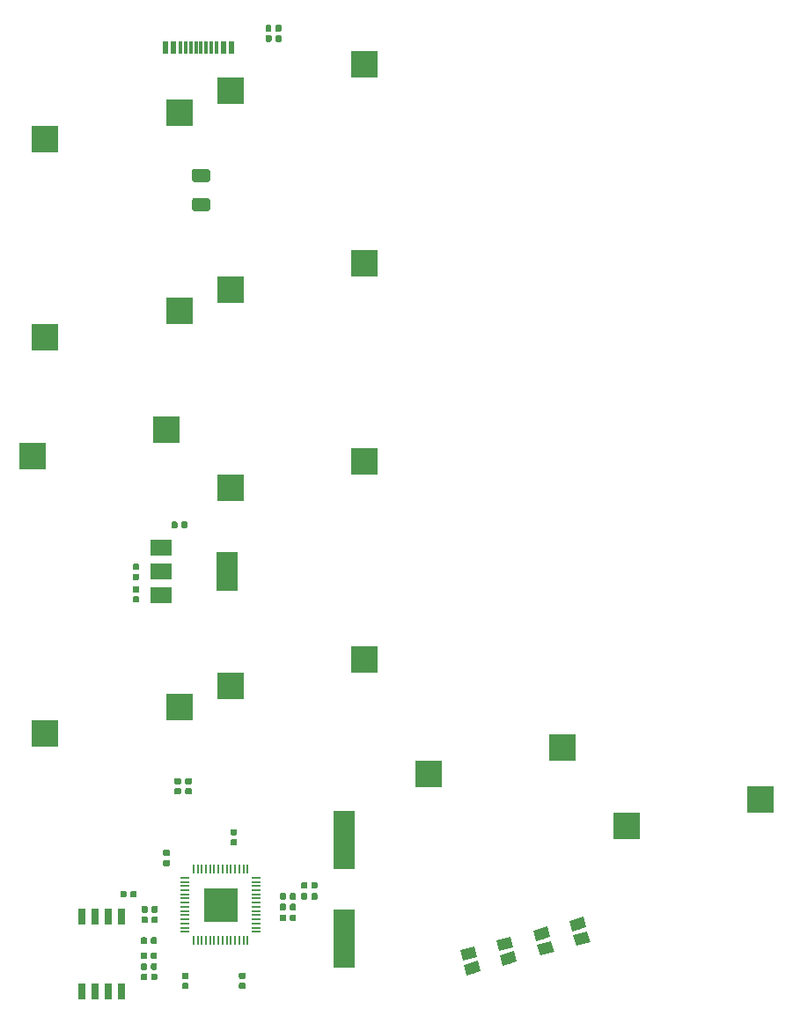
<source format=gbr>
G04 #@! TF.GenerationSoftware,KiCad,Pcbnew,(5.1.4)-1*
G04 #@! TF.CreationDate,2023-02-10T21:18:41-05:00*
G04 #@! TF.ProjectId,ThumbsUp,5468756d-6273-4557-902e-6b696361645f,rev?*
G04 #@! TF.SameCoordinates,Original*
G04 #@! TF.FileFunction,Paste,Bot*
G04 #@! TF.FilePolarity,Positive*
%FSLAX46Y46*%
G04 Gerber Fmt 4.6, Leading zero omitted, Abs format (unit mm)*
G04 Created by KiCad (PCBNEW (5.1.4)-1) date 2023-02-10 21:18:41*
%MOMM*%
%LPD*%
G04 APERTURE LIST*
%ADD10C,0.100000*%
%ADD11C,0.590000*%
%ADD12R,0.600000X1.160000*%
%ADD13R,0.300000X1.160000*%
%ADD14C,1.050000*%
%ADD15R,0.650000X1.650000*%
%ADD16R,3.200000X3.200000*%
%ADD17R,0.850000X0.200000*%
%ADD18R,0.200000X0.850000*%
%ADD19R,2.100000X5.600000*%
%ADD20R,2.000000X1.500000*%
%ADD21R,2.000000X3.800000*%
%ADD22R,2.550000X2.500000*%
%ADD23C,1.250000*%
G04 APERTURE END LIST*
D10*
G36*
X166436958Y-425190710D02*
G01*
X166451276Y-425192834D01*
X166465317Y-425196351D01*
X166478946Y-425201228D01*
X166492031Y-425207417D01*
X166504447Y-425214858D01*
X166516073Y-425223481D01*
X166526798Y-425233202D01*
X166536519Y-425243927D01*
X166545142Y-425255553D01*
X166552583Y-425267969D01*
X166558772Y-425281054D01*
X166563649Y-425294683D01*
X166567166Y-425308724D01*
X166569290Y-425323042D01*
X166570000Y-425337500D01*
X166570000Y-425632500D01*
X166569290Y-425646958D01*
X166567166Y-425661276D01*
X166563649Y-425675317D01*
X166558772Y-425688946D01*
X166552583Y-425702031D01*
X166545142Y-425714447D01*
X166536519Y-425726073D01*
X166526798Y-425736798D01*
X166516073Y-425746519D01*
X166504447Y-425755142D01*
X166492031Y-425762583D01*
X166478946Y-425768772D01*
X166465317Y-425773649D01*
X166451276Y-425777166D01*
X166436958Y-425779290D01*
X166422500Y-425780000D01*
X166077500Y-425780000D01*
X166063042Y-425779290D01*
X166048724Y-425777166D01*
X166034683Y-425773649D01*
X166021054Y-425768772D01*
X166007969Y-425762583D01*
X165995553Y-425755142D01*
X165983927Y-425746519D01*
X165973202Y-425736798D01*
X165963481Y-425726073D01*
X165954858Y-425714447D01*
X165947417Y-425702031D01*
X165941228Y-425688946D01*
X165936351Y-425675317D01*
X165932834Y-425661276D01*
X165930710Y-425646958D01*
X165930000Y-425632500D01*
X165930000Y-425337500D01*
X165930710Y-425323042D01*
X165932834Y-425308724D01*
X165936351Y-425294683D01*
X165941228Y-425281054D01*
X165947417Y-425267969D01*
X165954858Y-425255553D01*
X165963481Y-425243927D01*
X165973202Y-425233202D01*
X165983927Y-425223481D01*
X165995553Y-425214858D01*
X166007969Y-425207417D01*
X166021054Y-425201228D01*
X166034683Y-425196351D01*
X166048724Y-425192834D01*
X166063042Y-425190710D01*
X166077500Y-425190000D01*
X166422500Y-425190000D01*
X166436958Y-425190710D01*
X166436958Y-425190710D01*
G37*
D11*
X166250000Y-425485000D03*
D10*
G36*
X166436958Y-424220710D02*
G01*
X166451276Y-424222834D01*
X166465317Y-424226351D01*
X166478946Y-424231228D01*
X166492031Y-424237417D01*
X166504447Y-424244858D01*
X166516073Y-424253481D01*
X166526798Y-424263202D01*
X166536519Y-424273927D01*
X166545142Y-424285553D01*
X166552583Y-424297969D01*
X166558772Y-424311054D01*
X166563649Y-424324683D01*
X166567166Y-424338724D01*
X166569290Y-424353042D01*
X166570000Y-424367500D01*
X166570000Y-424662500D01*
X166569290Y-424676958D01*
X166567166Y-424691276D01*
X166563649Y-424705317D01*
X166558772Y-424718946D01*
X166552583Y-424732031D01*
X166545142Y-424744447D01*
X166536519Y-424756073D01*
X166526798Y-424766798D01*
X166516073Y-424776519D01*
X166504447Y-424785142D01*
X166492031Y-424792583D01*
X166478946Y-424798772D01*
X166465317Y-424803649D01*
X166451276Y-424807166D01*
X166436958Y-424809290D01*
X166422500Y-424810000D01*
X166077500Y-424810000D01*
X166063042Y-424809290D01*
X166048724Y-424807166D01*
X166034683Y-424803649D01*
X166021054Y-424798772D01*
X166007969Y-424792583D01*
X165995553Y-424785142D01*
X165983927Y-424776519D01*
X165973202Y-424766798D01*
X165963481Y-424756073D01*
X165954858Y-424744447D01*
X165947417Y-424732031D01*
X165941228Y-424718946D01*
X165936351Y-424705317D01*
X165932834Y-424691276D01*
X165930710Y-424676958D01*
X165930000Y-424662500D01*
X165930000Y-424367500D01*
X165930710Y-424353042D01*
X165932834Y-424338724D01*
X165936351Y-424324683D01*
X165941228Y-424311054D01*
X165947417Y-424297969D01*
X165954858Y-424285553D01*
X165963481Y-424273927D01*
X165973202Y-424263202D01*
X165983927Y-424253481D01*
X165995553Y-424244858D01*
X166007969Y-424237417D01*
X166021054Y-424231228D01*
X166034683Y-424226351D01*
X166048724Y-424222834D01*
X166063042Y-424220710D01*
X166077500Y-424220000D01*
X166422500Y-424220000D01*
X166436958Y-424220710D01*
X166436958Y-424220710D01*
G37*
D11*
X166250000Y-424515000D03*
D12*
X175475000Y-374560000D03*
X174675000Y-374560000D03*
X175475000Y-374560000D03*
X174675000Y-374560000D03*
X169075000Y-374560000D03*
X169075000Y-374560000D03*
X169875000Y-374560000D03*
X169875000Y-374560000D03*
D13*
X174025000Y-374560000D03*
X173025000Y-374560000D03*
X173525000Y-374560000D03*
X171025000Y-374560000D03*
X170525000Y-374560000D03*
X172525000Y-374560000D03*
X172025000Y-374560000D03*
X171525000Y-374560000D03*
D14*
X205675287Y-461200593D03*
D10*
G36*
X206487315Y-461526531D02*
G01*
X205135019Y-461888877D01*
X204863259Y-460874655D01*
X206215555Y-460512309D01*
X206487315Y-461526531D01*
X206487315Y-461526531D01*
G37*
D14*
X209152620Y-460268844D03*
D10*
G36*
X209964648Y-460594782D02*
G01*
X208612352Y-460957128D01*
X208340592Y-459942906D01*
X209692888Y-459580560D01*
X209964648Y-460594782D01*
X209964648Y-460594782D01*
G37*
D14*
X205300000Y-459800000D03*
D10*
G36*
X206112028Y-460125938D02*
G01*
X204759732Y-460488284D01*
X204487972Y-459474062D01*
X205840268Y-459111716D01*
X206112028Y-460125938D01*
X206112028Y-460125938D01*
G37*
D14*
X208777333Y-458868251D03*
D10*
G36*
X209589361Y-459194189D02*
G01*
X208237065Y-459556535D01*
X207965305Y-458542313D01*
X209317601Y-458179967D01*
X209589361Y-459194189D01*
X209589361Y-459194189D01*
G37*
D15*
X164905000Y-458100000D03*
X163635000Y-458100000D03*
X162365000Y-458100000D03*
X161095000Y-458100000D03*
X161095000Y-465300000D03*
X162365000Y-465300000D03*
X163635000Y-465300000D03*
X164905000Y-465300000D03*
D16*
X174400000Y-457000000D03*
D17*
X170950000Y-454400000D03*
X170950000Y-454800000D03*
X170950000Y-455200000D03*
X170950000Y-455600000D03*
X170950000Y-456000000D03*
X170950000Y-456400000D03*
X170950000Y-456800000D03*
X170950000Y-457200000D03*
X170950000Y-457600000D03*
X170950000Y-458000000D03*
X170950000Y-458400000D03*
X170950000Y-458800000D03*
X170950000Y-459200000D03*
X170950000Y-459600000D03*
D18*
X171800000Y-460450000D03*
X172200000Y-460450000D03*
X172600000Y-460450000D03*
X173000000Y-460450000D03*
X173400000Y-460450000D03*
X173800000Y-460450000D03*
X174200000Y-460450000D03*
X174600000Y-460450000D03*
X175000000Y-460450000D03*
X175400000Y-460450000D03*
X175800000Y-460450000D03*
X176200000Y-460450000D03*
X176600000Y-460450000D03*
X177000000Y-460450000D03*
D17*
X177850000Y-459600000D03*
X177850000Y-459200000D03*
X177850000Y-458800000D03*
X177850000Y-458400000D03*
X177850000Y-458000000D03*
X177850000Y-457600000D03*
X177850000Y-457200000D03*
X177850000Y-456800000D03*
X177850000Y-456400000D03*
X177850000Y-456000000D03*
X177850000Y-455600000D03*
X177850000Y-455200000D03*
X177850000Y-454800000D03*
X177850000Y-454400000D03*
D18*
X177000000Y-453550000D03*
X176600000Y-453550000D03*
X176200000Y-453550000D03*
X175800000Y-453550000D03*
X175400000Y-453550000D03*
X175000000Y-453550000D03*
X174600000Y-453550000D03*
X174200000Y-453550000D03*
X173800000Y-453550000D03*
X173400000Y-453550000D03*
X173000000Y-453550000D03*
X172600000Y-453550000D03*
X172200000Y-453550000D03*
X171800000Y-453550000D03*
D19*
X186300000Y-450775000D03*
X186300000Y-460275000D03*
D20*
X168700000Y-427225000D03*
X168700000Y-422625000D03*
X168700000Y-424925000D03*
D21*
X175000000Y-424925000D03*
D14*
X198625287Y-463100593D03*
D10*
G36*
X199437315Y-463426531D02*
G01*
X198085019Y-463788877D01*
X197813259Y-462774655D01*
X199165555Y-462412309D01*
X199437315Y-463426531D01*
X199437315Y-463426531D01*
G37*
D14*
X202102620Y-462168844D03*
D10*
G36*
X202914648Y-462494782D02*
G01*
X201562352Y-462857128D01*
X201290592Y-461842906D01*
X202642888Y-461480560D01*
X202914648Y-462494782D01*
X202914648Y-462494782D01*
G37*
D14*
X198250000Y-461700000D03*
D10*
G36*
X199062028Y-462025938D02*
G01*
X197709732Y-462388284D01*
X197437972Y-461374062D01*
X198790268Y-461011716D01*
X199062028Y-462025938D01*
X199062028Y-462025938D01*
G37*
D14*
X201727333Y-460768251D03*
D10*
G36*
X202539361Y-461094189D02*
G01*
X201187065Y-461456535D01*
X200915305Y-460442313D01*
X202267601Y-460079967D01*
X202539361Y-461094189D01*
X202539361Y-461094189D01*
G37*
G36*
X167191958Y-460130710D02*
G01*
X167206276Y-460132834D01*
X167220317Y-460136351D01*
X167233946Y-460141228D01*
X167247031Y-460147417D01*
X167259447Y-460154858D01*
X167271073Y-460163481D01*
X167281798Y-460173202D01*
X167291519Y-460183927D01*
X167300142Y-460195553D01*
X167307583Y-460207969D01*
X167313772Y-460221054D01*
X167318649Y-460234683D01*
X167322166Y-460248724D01*
X167324290Y-460263042D01*
X167325000Y-460277500D01*
X167325000Y-460622500D01*
X167324290Y-460636958D01*
X167322166Y-460651276D01*
X167318649Y-460665317D01*
X167313772Y-460678946D01*
X167307583Y-460692031D01*
X167300142Y-460704447D01*
X167291519Y-460716073D01*
X167281798Y-460726798D01*
X167271073Y-460736519D01*
X167259447Y-460745142D01*
X167247031Y-460752583D01*
X167233946Y-460758772D01*
X167220317Y-460763649D01*
X167206276Y-460767166D01*
X167191958Y-460769290D01*
X167177500Y-460770000D01*
X166882500Y-460770000D01*
X166868042Y-460769290D01*
X166853724Y-460767166D01*
X166839683Y-460763649D01*
X166826054Y-460758772D01*
X166812969Y-460752583D01*
X166800553Y-460745142D01*
X166788927Y-460736519D01*
X166778202Y-460726798D01*
X166768481Y-460716073D01*
X166759858Y-460704447D01*
X166752417Y-460692031D01*
X166746228Y-460678946D01*
X166741351Y-460665317D01*
X166737834Y-460651276D01*
X166735710Y-460636958D01*
X166735000Y-460622500D01*
X166735000Y-460277500D01*
X166735710Y-460263042D01*
X166737834Y-460248724D01*
X166741351Y-460234683D01*
X166746228Y-460221054D01*
X166752417Y-460207969D01*
X166759858Y-460195553D01*
X166768481Y-460183927D01*
X166778202Y-460173202D01*
X166788927Y-460163481D01*
X166800553Y-460154858D01*
X166812969Y-460147417D01*
X166826054Y-460141228D01*
X166839683Y-460136351D01*
X166853724Y-460132834D01*
X166868042Y-460130710D01*
X166882500Y-460130000D01*
X167177500Y-460130000D01*
X167191958Y-460130710D01*
X167191958Y-460130710D01*
G37*
D11*
X167030000Y-460450000D03*
D10*
G36*
X168161958Y-460130710D02*
G01*
X168176276Y-460132834D01*
X168190317Y-460136351D01*
X168203946Y-460141228D01*
X168217031Y-460147417D01*
X168229447Y-460154858D01*
X168241073Y-460163481D01*
X168251798Y-460173202D01*
X168261519Y-460183927D01*
X168270142Y-460195553D01*
X168277583Y-460207969D01*
X168283772Y-460221054D01*
X168288649Y-460234683D01*
X168292166Y-460248724D01*
X168294290Y-460263042D01*
X168295000Y-460277500D01*
X168295000Y-460622500D01*
X168294290Y-460636958D01*
X168292166Y-460651276D01*
X168288649Y-460665317D01*
X168283772Y-460678946D01*
X168277583Y-460692031D01*
X168270142Y-460704447D01*
X168261519Y-460716073D01*
X168251798Y-460726798D01*
X168241073Y-460736519D01*
X168229447Y-460745142D01*
X168217031Y-460752583D01*
X168203946Y-460758772D01*
X168190317Y-460763649D01*
X168176276Y-460767166D01*
X168161958Y-460769290D01*
X168147500Y-460770000D01*
X167852500Y-460770000D01*
X167838042Y-460769290D01*
X167823724Y-460767166D01*
X167809683Y-460763649D01*
X167796054Y-460758772D01*
X167782969Y-460752583D01*
X167770553Y-460745142D01*
X167758927Y-460736519D01*
X167748202Y-460726798D01*
X167738481Y-460716073D01*
X167729858Y-460704447D01*
X167722417Y-460692031D01*
X167716228Y-460678946D01*
X167711351Y-460665317D01*
X167707834Y-460651276D01*
X167705710Y-460636958D01*
X167705000Y-460622500D01*
X167705000Y-460277500D01*
X167705710Y-460263042D01*
X167707834Y-460248724D01*
X167711351Y-460234683D01*
X167716228Y-460221054D01*
X167722417Y-460207969D01*
X167729858Y-460195553D01*
X167738481Y-460183927D01*
X167748202Y-460173202D01*
X167758927Y-460163481D01*
X167770553Y-460154858D01*
X167782969Y-460147417D01*
X167796054Y-460141228D01*
X167809683Y-460136351D01*
X167823724Y-460132834D01*
X167838042Y-460130710D01*
X167852500Y-460130000D01*
X168147500Y-460130000D01*
X168161958Y-460130710D01*
X168161958Y-460130710D01*
G37*
D11*
X168000000Y-460450000D03*
D10*
G36*
X167261958Y-458130710D02*
G01*
X167276276Y-458132834D01*
X167290317Y-458136351D01*
X167303946Y-458141228D01*
X167317031Y-458147417D01*
X167329447Y-458154858D01*
X167341073Y-458163481D01*
X167351798Y-458173202D01*
X167361519Y-458183927D01*
X167370142Y-458195553D01*
X167377583Y-458207969D01*
X167383772Y-458221054D01*
X167388649Y-458234683D01*
X167392166Y-458248724D01*
X167394290Y-458263042D01*
X167395000Y-458277500D01*
X167395000Y-458622500D01*
X167394290Y-458636958D01*
X167392166Y-458651276D01*
X167388649Y-458665317D01*
X167383772Y-458678946D01*
X167377583Y-458692031D01*
X167370142Y-458704447D01*
X167361519Y-458716073D01*
X167351798Y-458726798D01*
X167341073Y-458736519D01*
X167329447Y-458745142D01*
X167317031Y-458752583D01*
X167303946Y-458758772D01*
X167290317Y-458763649D01*
X167276276Y-458767166D01*
X167261958Y-458769290D01*
X167247500Y-458770000D01*
X166952500Y-458770000D01*
X166938042Y-458769290D01*
X166923724Y-458767166D01*
X166909683Y-458763649D01*
X166896054Y-458758772D01*
X166882969Y-458752583D01*
X166870553Y-458745142D01*
X166858927Y-458736519D01*
X166848202Y-458726798D01*
X166838481Y-458716073D01*
X166829858Y-458704447D01*
X166822417Y-458692031D01*
X166816228Y-458678946D01*
X166811351Y-458665317D01*
X166807834Y-458651276D01*
X166805710Y-458636958D01*
X166805000Y-458622500D01*
X166805000Y-458277500D01*
X166805710Y-458263042D01*
X166807834Y-458248724D01*
X166811351Y-458234683D01*
X166816228Y-458221054D01*
X166822417Y-458207969D01*
X166829858Y-458195553D01*
X166838481Y-458183927D01*
X166848202Y-458173202D01*
X166858927Y-458163481D01*
X166870553Y-458154858D01*
X166882969Y-458147417D01*
X166896054Y-458141228D01*
X166909683Y-458136351D01*
X166923724Y-458132834D01*
X166938042Y-458130710D01*
X166952500Y-458130000D01*
X167247500Y-458130000D01*
X167261958Y-458130710D01*
X167261958Y-458130710D01*
G37*
D11*
X167100000Y-458450000D03*
D10*
G36*
X168231958Y-458130710D02*
G01*
X168246276Y-458132834D01*
X168260317Y-458136351D01*
X168273946Y-458141228D01*
X168287031Y-458147417D01*
X168299447Y-458154858D01*
X168311073Y-458163481D01*
X168321798Y-458173202D01*
X168331519Y-458183927D01*
X168340142Y-458195553D01*
X168347583Y-458207969D01*
X168353772Y-458221054D01*
X168358649Y-458234683D01*
X168362166Y-458248724D01*
X168364290Y-458263042D01*
X168365000Y-458277500D01*
X168365000Y-458622500D01*
X168364290Y-458636958D01*
X168362166Y-458651276D01*
X168358649Y-458665317D01*
X168353772Y-458678946D01*
X168347583Y-458692031D01*
X168340142Y-458704447D01*
X168331519Y-458716073D01*
X168321798Y-458726798D01*
X168311073Y-458736519D01*
X168299447Y-458745142D01*
X168287031Y-458752583D01*
X168273946Y-458758772D01*
X168260317Y-458763649D01*
X168246276Y-458767166D01*
X168231958Y-458769290D01*
X168217500Y-458770000D01*
X167922500Y-458770000D01*
X167908042Y-458769290D01*
X167893724Y-458767166D01*
X167879683Y-458763649D01*
X167866054Y-458758772D01*
X167852969Y-458752583D01*
X167840553Y-458745142D01*
X167828927Y-458736519D01*
X167818202Y-458726798D01*
X167808481Y-458716073D01*
X167799858Y-458704447D01*
X167792417Y-458692031D01*
X167786228Y-458678946D01*
X167781351Y-458665317D01*
X167777834Y-458651276D01*
X167775710Y-458636958D01*
X167775000Y-458622500D01*
X167775000Y-458277500D01*
X167775710Y-458263042D01*
X167777834Y-458248724D01*
X167781351Y-458234683D01*
X167786228Y-458221054D01*
X167792417Y-458207969D01*
X167799858Y-458195553D01*
X167808481Y-458183927D01*
X167818202Y-458173202D01*
X167828927Y-458163481D01*
X167840553Y-458154858D01*
X167852969Y-458147417D01*
X167866054Y-458141228D01*
X167879683Y-458136351D01*
X167893724Y-458132834D01*
X167908042Y-458130710D01*
X167922500Y-458130000D01*
X168217500Y-458130000D01*
X168231958Y-458130710D01*
X168231958Y-458130710D01*
G37*
D11*
X168070000Y-458450000D03*
D10*
G36*
X166181958Y-455680710D02*
G01*
X166196276Y-455682834D01*
X166210317Y-455686351D01*
X166223946Y-455691228D01*
X166237031Y-455697417D01*
X166249447Y-455704858D01*
X166261073Y-455713481D01*
X166271798Y-455723202D01*
X166281519Y-455733927D01*
X166290142Y-455745553D01*
X166297583Y-455757969D01*
X166303772Y-455771054D01*
X166308649Y-455784683D01*
X166312166Y-455798724D01*
X166314290Y-455813042D01*
X166315000Y-455827500D01*
X166315000Y-456172500D01*
X166314290Y-456186958D01*
X166312166Y-456201276D01*
X166308649Y-456215317D01*
X166303772Y-456228946D01*
X166297583Y-456242031D01*
X166290142Y-456254447D01*
X166281519Y-456266073D01*
X166271798Y-456276798D01*
X166261073Y-456286519D01*
X166249447Y-456295142D01*
X166237031Y-456302583D01*
X166223946Y-456308772D01*
X166210317Y-456313649D01*
X166196276Y-456317166D01*
X166181958Y-456319290D01*
X166167500Y-456320000D01*
X165872500Y-456320000D01*
X165858042Y-456319290D01*
X165843724Y-456317166D01*
X165829683Y-456313649D01*
X165816054Y-456308772D01*
X165802969Y-456302583D01*
X165790553Y-456295142D01*
X165778927Y-456286519D01*
X165768202Y-456276798D01*
X165758481Y-456266073D01*
X165749858Y-456254447D01*
X165742417Y-456242031D01*
X165736228Y-456228946D01*
X165731351Y-456215317D01*
X165727834Y-456201276D01*
X165725710Y-456186958D01*
X165725000Y-456172500D01*
X165725000Y-455827500D01*
X165725710Y-455813042D01*
X165727834Y-455798724D01*
X165731351Y-455784683D01*
X165736228Y-455771054D01*
X165742417Y-455757969D01*
X165749858Y-455745553D01*
X165758481Y-455733927D01*
X165768202Y-455723202D01*
X165778927Y-455713481D01*
X165790553Y-455704858D01*
X165802969Y-455697417D01*
X165816054Y-455691228D01*
X165829683Y-455686351D01*
X165843724Y-455682834D01*
X165858042Y-455680710D01*
X165872500Y-455680000D01*
X166167500Y-455680000D01*
X166181958Y-455680710D01*
X166181958Y-455680710D01*
G37*
D11*
X166020000Y-456000000D03*
D10*
G36*
X165211958Y-455680710D02*
G01*
X165226276Y-455682834D01*
X165240317Y-455686351D01*
X165253946Y-455691228D01*
X165267031Y-455697417D01*
X165279447Y-455704858D01*
X165291073Y-455713481D01*
X165301798Y-455723202D01*
X165311519Y-455733927D01*
X165320142Y-455745553D01*
X165327583Y-455757969D01*
X165333772Y-455771054D01*
X165338649Y-455784683D01*
X165342166Y-455798724D01*
X165344290Y-455813042D01*
X165345000Y-455827500D01*
X165345000Y-456172500D01*
X165344290Y-456186958D01*
X165342166Y-456201276D01*
X165338649Y-456215317D01*
X165333772Y-456228946D01*
X165327583Y-456242031D01*
X165320142Y-456254447D01*
X165311519Y-456266073D01*
X165301798Y-456276798D01*
X165291073Y-456286519D01*
X165279447Y-456295142D01*
X165267031Y-456302583D01*
X165253946Y-456308772D01*
X165240317Y-456313649D01*
X165226276Y-456317166D01*
X165211958Y-456319290D01*
X165197500Y-456320000D01*
X164902500Y-456320000D01*
X164888042Y-456319290D01*
X164873724Y-456317166D01*
X164859683Y-456313649D01*
X164846054Y-456308772D01*
X164832969Y-456302583D01*
X164820553Y-456295142D01*
X164808927Y-456286519D01*
X164798202Y-456276798D01*
X164788481Y-456266073D01*
X164779858Y-456254447D01*
X164772417Y-456242031D01*
X164766228Y-456228946D01*
X164761351Y-456215317D01*
X164757834Y-456201276D01*
X164755710Y-456186958D01*
X164755000Y-456172500D01*
X164755000Y-455827500D01*
X164755710Y-455813042D01*
X164757834Y-455798724D01*
X164761351Y-455784683D01*
X164766228Y-455771054D01*
X164772417Y-455757969D01*
X164779858Y-455745553D01*
X164788481Y-455733927D01*
X164798202Y-455723202D01*
X164808927Y-455713481D01*
X164820553Y-455704858D01*
X164832969Y-455697417D01*
X164846054Y-455691228D01*
X164859683Y-455686351D01*
X164873724Y-455682834D01*
X164888042Y-455680710D01*
X164902500Y-455680000D01*
X165197500Y-455680000D01*
X165211958Y-455680710D01*
X165211958Y-455680710D01*
G37*
D11*
X165050000Y-456000000D03*
D10*
G36*
X171186958Y-464525710D02*
G01*
X171201276Y-464527834D01*
X171215317Y-464531351D01*
X171228946Y-464536228D01*
X171242031Y-464542417D01*
X171254447Y-464549858D01*
X171266073Y-464558481D01*
X171276798Y-464568202D01*
X171286519Y-464578927D01*
X171295142Y-464590553D01*
X171302583Y-464602969D01*
X171308772Y-464616054D01*
X171313649Y-464629683D01*
X171317166Y-464643724D01*
X171319290Y-464658042D01*
X171320000Y-464672500D01*
X171320000Y-464967500D01*
X171319290Y-464981958D01*
X171317166Y-464996276D01*
X171313649Y-465010317D01*
X171308772Y-465023946D01*
X171302583Y-465037031D01*
X171295142Y-465049447D01*
X171286519Y-465061073D01*
X171276798Y-465071798D01*
X171266073Y-465081519D01*
X171254447Y-465090142D01*
X171242031Y-465097583D01*
X171228946Y-465103772D01*
X171215317Y-465108649D01*
X171201276Y-465112166D01*
X171186958Y-465114290D01*
X171172500Y-465115000D01*
X170827500Y-465115000D01*
X170813042Y-465114290D01*
X170798724Y-465112166D01*
X170784683Y-465108649D01*
X170771054Y-465103772D01*
X170757969Y-465097583D01*
X170745553Y-465090142D01*
X170733927Y-465081519D01*
X170723202Y-465071798D01*
X170713481Y-465061073D01*
X170704858Y-465049447D01*
X170697417Y-465037031D01*
X170691228Y-465023946D01*
X170686351Y-465010317D01*
X170682834Y-464996276D01*
X170680710Y-464981958D01*
X170680000Y-464967500D01*
X170680000Y-464672500D01*
X170680710Y-464658042D01*
X170682834Y-464643724D01*
X170686351Y-464629683D01*
X170691228Y-464616054D01*
X170697417Y-464602969D01*
X170704858Y-464590553D01*
X170713481Y-464578927D01*
X170723202Y-464568202D01*
X170733927Y-464558481D01*
X170745553Y-464549858D01*
X170757969Y-464542417D01*
X170771054Y-464536228D01*
X170784683Y-464531351D01*
X170798724Y-464527834D01*
X170813042Y-464525710D01*
X170827500Y-464525000D01*
X171172500Y-464525000D01*
X171186958Y-464525710D01*
X171186958Y-464525710D01*
G37*
D11*
X171000000Y-464820000D03*
D10*
G36*
X171186958Y-463555710D02*
G01*
X171201276Y-463557834D01*
X171215317Y-463561351D01*
X171228946Y-463566228D01*
X171242031Y-463572417D01*
X171254447Y-463579858D01*
X171266073Y-463588481D01*
X171276798Y-463598202D01*
X171286519Y-463608927D01*
X171295142Y-463620553D01*
X171302583Y-463632969D01*
X171308772Y-463646054D01*
X171313649Y-463659683D01*
X171317166Y-463673724D01*
X171319290Y-463688042D01*
X171320000Y-463702500D01*
X171320000Y-463997500D01*
X171319290Y-464011958D01*
X171317166Y-464026276D01*
X171313649Y-464040317D01*
X171308772Y-464053946D01*
X171302583Y-464067031D01*
X171295142Y-464079447D01*
X171286519Y-464091073D01*
X171276798Y-464101798D01*
X171266073Y-464111519D01*
X171254447Y-464120142D01*
X171242031Y-464127583D01*
X171228946Y-464133772D01*
X171215317Y-464138649D01*
X171201276Y-464142166D01*
X171186958Y-464144290D01*
X171172500Y-464145000D01*
X170827500Y-464145000D01*
X170813042Y-464144290D01*
X170798724Y-464142166D01*
X170784683Y-464138649D01*
X170771054Y-464133772D01*
X170757969Y-464127583D01*
X170745553Y-464120142D01*
X170733927Y-464111519D01*
X170723202Y-464101798D01*
X170713481Y-464091073D01*
X170704858Y-464079447D01*
X170697417Y-464067031D01*
X170691228Y-464053946D01*
X170686351Y-464040317D01*
X170682834Y-464026276D01*
X170680710Y-464011958D01*
X170680000Y-463997500D01*
X170680000Y-463702500D01*
X170680710Y-463688042D01*
X170682834Y-463673724D01*
X170686351Y-463659683D01*
X170691228Y-463646054D01*
X170697417Y-463632969D01*
X170704858Y-463620553D01*
X170713481Y-463608927D01*
X170723202Y-463598202D01*
X170733927Y-463588481D01*
X170745553Y-463579858D01*
X170757969Y-463572417D01*
X170771054Y-463566228D01*
X170784683Y-463561351D01*
X170798724Y-463557834D01*
X170813042Y-463555710D01*
X170827500Y-463555000D01*
X171172500Y-463555000D01*
X171186958Y-463555710D01*
X171186958Y-463555710D01*
G37*
D11*
X171000000Y-463850000D03*
D10*
G36*
X183581958Y-455880710D02*
G01*
X183596276Y-455882834D01*
X183610317Y-455886351D01*
X183623946Y-455891228D01*
X183637031Y-455897417D01*
X183649447Y-455904858D01*
X183661073Y-455913481D01*
X183671798Y-455923202D01*
X183681519Y-455933927D01*
X183690142Y-455945553D01*
X183697583Y-455957969D01*
X183703772Y-455971054D01*
X183708649Y-455984683D01*
X183712166Y-455998724D01*
X183714290Y-456013042D01*
X183715000Y-456027500D01*
X183715000Y-456372500D01*
X183714290Y-456386958D01*
X183712166Y-456401276D01*
X183708649Y-456415317D01*
X183703772Y-456428946D01*
X183697583Y-456442031D01*
X183690142Y-456454447D01*
X183681519Y-456466073D01*
X183671798Y-456476798D01*
X183661073Y-456486519D01*
X183649447Y-456495142D01*
X183637031Y-456502583D01*
X183623946Y-456508772D01*
X183610317Y-456513649D01*
X183596276Y-456517166D01*
X183581958Y-456519290D01*
X183567500Y-456520000D01*
X183272500Y-456520000D01*
X183258042Y-456519290D01*
X183243724Y-456517166D01*
X183229683Y-456513649D01*
X183216054Y-456508772D01*
X183202969Y-456502583D01*
X183190553Y-456495142D01*
X183178927Y-456486519D01*
X183168202Y-456476798D01*
X183158481Y-456466073D01*
X183149858Y-456454447D01*
X183142417Y-456442031D01*
X183136228Y-456428946D01*
X183131351Y-456415317D01*
X183127834Y-456401276D01*
X183125710Y-456386958D01*
X183125000Y-456372500D01*
X183125000Y-456027500D01*
X183125710Y-456013042D01*
X183127834Y-455998724D01*
X183131351Y-455984683D01*
X183136228Y-455971054D01*
X183142417Y-455957969D01*
X183149858Y-455945553D01*
X183158481Y-455933927D01*
X183168202Y-455923202D01*
X183178927Y-455913481D01*
X183190553Y-455904858D01*
X183202969Y-455897417D01*
X183216054Y-455891228D01*
X183229683Y-455886351D01*
X183243724Y-455882834D01*
X183258042Y-455880710D01*
X183272500Y-455880000D01*
X183567500Y-455880000D01*
X183581958Y-455880710D01*
X183581958Y-455880710D01*
G37*
D11*
X183420000Y-456200000D03*
D10*
G36*
X182611958Y-455880710D02*
G01*
X182626276Y-455882834D01*
X182640317Y-455886351D01*
X182653946Y-455891228D01*
X182667031Y-455897417D01*
X182679447Y-455904858D01*
X182691073Y-455913481D01*
X182701798Y-455923202D01*
X182711519Y-455933927D01*
X182720142Y-455945553D01*
X182727583Y-455957969D01*
X182733772Y-455971054D01*
X182738649Y-455984683D01*
X182742166Y-455998724D01*
X182744290Y-456013042D01*
X182745000Y-456027500D01*
X182745000Y-456372500D01*
X182744290Y-456386958D01*
X182742166Y-456401276D01*
X182738649Y-456415317D01*
X182733772Y-456428946D01*
X182727583Y-456442031D01*
X182720142Y-456454447D01*
X182711519Y-456466073D01*
X182701798Y-456476798D01*
X182691073Y-456486519D01*
X182679447Y-456495142D01*
X182667031Y-456502583D01*
X182653946Y-456508772D01*
X182640317Y-456513649D01*
X182626276Y-456517166D01*
X182611958Y-456519290D01*
X182597500Y-456520000D01*
X182302500Y-456520000D01*
X182288042Y-456519290D01*
X182273724Y-456517166D01*
X182259683Y-456513649D01*
X182246054Y-456508772D01*
X182232969Y-456502583D01*
X182220553Y-456495142D01*
X182208927Y-456486519D01*
X182198202Y-456476798D01*
X182188481Y-456466073D01*
X182179858Y-456454447D01*
X182172417Y-456442031D01*
X182166228Y-456428946D01*
X182161351Y-456415317D01*
X182157834Y-456401276D01*
X182155710Y-456386958D01*
X182155000Y-456372500D01*
X182155000Y-456027500D01*
X182155710Y-456013042D01*
X182157834Y-455998724D01*
X182161351Y-455984683D01*
X182166228Y-455971054D01*
X182172417Y-455957969D01*
X182179858Y-455945553D01*
X182188481Y-455933927D01*
X182198202Y-455923202D01*
X182208927Y-455913481D01*
X182220553Y-455904858D01*
X182232969Y-455897417D01*
X182246054Y-455891228D01*
X182259683Y-455886351D01*
X182273724Y-455882834D01*
X182288042Y-455880710D01*
X182302500Y-455880000D01*
X182597500Y-455880000D01*
X182611958Y-455880710D01*
X182611958Y-455880710D01*
G37*
D11*
X182450000Y-456200000D03*
D10*
G36*
X170116958Y-420155710D02*
G01*
X170131276Y-420157834D01*
X170145317Y-420161351D01*
X170158946Y-420166228D01*
X170172031Y-420172417D01*
X170184447Y-420179858D01*
X170196073Y-420188481D01*
X170206798Y-420198202D01*
X170216519Y-420208927D01*
X170225142Y-420220553D01*
X170232583Y-420232969D01*
X170238772Y-420246054D01*
X170243649Y-420259683D01*
X170247166Y-420273724D01*
X170249290Y-420288042D01*
X170250000Y-420302500D01*
X170250000Y-420647500D01*
X170249290Y-420661958D01*
X170247166Y-420676276D01*
X170243649Y-420690317D01*
X170238772Y-420703946D01*
X170232583Y-420717031D01*
X170225142Y-420729447D01*
X170216519Y-420741073D01*
X170206798Y-420751798D01*
X170196073Y-420761519D01*
X170184447Y-420770142D01*
X170172031Y-420777583D01*
X170158946Y-420783772D01*
X170145317Y-420788649D01*
X170131276Y-420792166D01*
X170116958Y-420794290D01*
X170102500Y-420795000D01*
X169807500Y-420795000D01*
X169793042Y-420794290D01*
X169778724Y-420792166D01*
X169764683Y-420788649D01*
X169751054Y-420783772D01*
X169737969Y-420777583D01*
X169725553Y-420770142D01*
X169713927Y-420761519D01*
X169703202Y-420751798D01*
X169693481Y-420741073D01*
X169684858Y-420729447D01*
X169677417Y-420717031D01*
X169671228Y-420703946D01*
X169666351Y-420690317D01*
X169662834Y-420676276D01*
X169660710Y-420661958D01*
X169660000Y-420647500D01*
X169660000Y-420302500D01*
X169660710Y-420288042D01*
X169662834Y-420273724D01*
X169666351Y-420259683D01*
X169671228Y-420246054D01*
X169677417Y-420232969D01*
X169684858Y-420220553D01*
X169693481Y-420208927D01*
X169703202Y-420198202D01*
X169713927Y-420188481D01*
X169725553Y-420179858D01*
X169737969Y-420172417D01*
X169751054Y-420166228D01*
X169764683Y-420161351D01*
X169778724Y-420157834D01*
X169793042Y-420155710D01*
X169807500Y-420155000D01*
X170102500Y-420155000D01*
X170116958Y-420155710D01*
X170116958Y-420155710D01*
G37*
D11*
X169955000Y-420475000D03*
D10*
G36*
X171086958Y-420155710D02*
G01*
X171101276Y-420157834D01*
X171115317Y-420161351D01*
X171128946Y-420166228D01*
X171142031Y-420172417D01*
X171154447Y-420179858D01*
X171166073Y-420188481D01*
X171176798Y-420198202D01*
X171186519Y-420208927D01*
X171195142Y-420220553D01*
X171202583Y-420232969D01*
X171208772Y-420246054D01*
X171213649Y-420259683D01*
X171217166Y-420273724D01*
X171219290Y-420288042D01*
X171220000Y-420302500D01*
X171220000Y-420647500D01*
X171219290Y-420661958D01*
X171217166Y-420676276D01*
X171213649Y-420690317D01*
X171208772Y-420703946D01*
X171202583Y-420717031D01*
X171195142Y-420729447D01*
X171186519Y-420741073D01*
X171176798Y-420751798D01*
X171166073Y-420761519D01*
X171154447Y-420770142D01*
X171142031Y-420777583D01*
X171128946Y-420783772D01*
X171115317Y-420788649D01*
X171101276Y-420792166D01*
X171086958Y-420794290D01*
X171072500Y-420795000D01*
X170777500Y-420795000D01*
X170763042Y-420794290D01*
X170748724Y-420792166D01*
X170734683Y-420788649D01*
X170721054Y-420783772D01*
X170707969Y-420777583D01*
X170695553Y-420770142D01*
X170683927Y-420761519D01*
X170673202Y-420751798D01*
X170663481Y-420741073D01*
X170654858Y-420729447D01*
X170647417Y-420717031D01*
X170641228Y-420703946D01*
X170636351Y-420690317D01*
X170632834Y-420676276D01*
X170630710Y-420661958D01*
X170630000Y-420647500D01*
X170630000Y-420302500D01*
X170630710Y-420288042D01*
X170632834Y-420273724D01*
X170636351Y-420259683D01*
X170641228Y-420246054D01*
X170647417Y-420232969D01*
X170654858Y-420220553D01*
X170663481Y-420208927D01*
X170673202Y-420198202D01*
X170683927Y-420188481D01*
X170695553Y-420179858D01*
X170707969Y-420172417D01*
X170721054Y-420166228D01*
X170734683Y-420161351D01*
X170748724Y-420157834D01*
X170763042Y-420155710D01*
X170777500Y-420155000D01*
X171072500Y-420155000D01*
X171086958Y-420155710D01*
X171086958Y-420155710D01*
G37*
D11*
X170925000Y-420475000D03*
D10*
G36*
X166436958Y-427355710D02*
G01*
X166451276Y-427357834D01*
X166465317Y-427361351D01*
X166478946Y-427366228D01*
X166492031Y-427372417D01*
X166504447Y-427379858D01*
X166516073Y-427388481D01*
X166526798Y-427398202D01*
X166536519Y-427408927D01*
X166545142Y-427420553D01*
X166552583Y-427432969D01*
X166558772Y-427446054D01*
X166563649Y-427459683D01*
X166567166Y-427473724D01*
X166569290Y-427488042D01*
X166570000Y-427502500D01*
X166570000Y-427797500D01*
X166569290Y-427811958D01*
X166567166Y-427826276D01*
X166563649Y-427840317D01*
X166558772Y-427853946D01*
X166552583Y-427867031D01*
X166545142Y-427879447D01*
X166536519Y-427891073D01*
X166526798Y-427901798D01*
X166516073Y-427911519D01*
X166504447Y-427920142D01*
X166492031Y-427927583D01*
X166478946Y-427933772D01*
X166465317Y-427938649D01*
X166451276Y-427942166D01*
X166436958Y-427944290D01*
X166422500Y-427945000D01*
X166077500Y-427945000D01*
X166063042Y-427944290D01*
X166048724Y-427942166D01*
X166034683Y-427938649D01*
X166021054Y-427933772D01*
X166007969Y-427927583D01*
X165995553Y-427920142D01*
X165983927Y-427911519D01*
X165973202Y-427901798D01*
X165963481Y-427891073D01*
X165954858Y-427879447D01*
X165947417Y-427867031D01*
X165941228Y-427853946D01*
X165936351Y-427840317D01*
X165932834Y-427826276D01*
X165930710Y-427811958D01*
X165930000Y-427797500D01*
X165930000Y-427502500D01*
X165930710Y-427488042D01*
X165932834Y-427473724D01*
X165936351Y-427459683D01*
X165941228Y-427446054D01*
X165947417Y-427432969D01*
X165954858Y-427420553D01*
X165963481Y-427408927D01*
X165973202Y-427398202D01*
X165983927Y-427388481D01*
X165995553Y-427379858D01*
X166007969Y-427372417D01*
X166021054Y-427366228D01*
X166034683Y-427361351D01*
X166048724Y-427357834D01*
X166063042Y-427355710D01*
X166077500Y-427355000D01*
X166422500Y-427355000D01*
X166436958Y-427355710D01*
X166436958Y-427355710D01*
G37*
D11*
X166250000Y-427650000D03*
D10*
G36*
X166436958Y-426385710D02*
G01*
X166451276Y-426387834D01*
X166465317Y-426391351D01*
X166478946Y-426396228D01*
X166492031Y-426402417D01*
X166504447Y-426409858D01*
X166516073Y-426418481D01*
X166526798Y-426428202D01*
X166536519Y-426438927D01*
X166545142Y-426450553D01*
X166552583Y-426462969D01*
X166558772Y-426476054D01*
X166563649Y-426489683D01*
X166567166Y-426503724D01*
X166569290Y-426518042D01*
X166570000Y-426532500D01*
X166570000Y-426827500D01*
X166569290Y-426841958D01*
X166567166Y-426856276D01*
X166563649Y-426870317D01*
X166558772Y-426883946D01*
X166552583Y-426897031D01*
X166545142Y-426909447D01*
X166536519Y-426921073D01*
X166526798Y-426931798D01*
X166516073Y-426941519D01*
X166504447Y-426950142D01*
X166492031Y-426957583D01*
X166478946Y-426963772D01*
X166465317Y-426968649D01*
X166451276Y-426972166D01*
X166436958Y-426974290D01*
X166422500Y-426975000D01*
X166077500Y-426975000D01*
X166063042Y-426974290D01*
X166048724Y-426972166D01*
X166034683Y-426968649D01*
X166021054Y-426963772D01*
X166007969Y-426957583D01*
X165995553Y-426950142D01*
X165983927Y-426941519D01*
X165973202Y-426931798D01*
X165963481Y-426921073D01*
X165954858Y-426909447D01*
X165947417Y-426897031D01*
X165941228Y-426883946D01*
X165936351Y-426870317D01*
X165932834Y-426856276D01*
X165930710Y-426841958D01*
X165930000Y-426827500D01*
X165930000Y-426532500D01*
X165930710Y-426518042D01*
X165932834Y-426503724D01*
X165936351Y-426489683D01*
X165941228Y-426476054D01*
X165947417Y-426462969D01*
X165954858Y-426450553D01*
X165963481Y-426438927D01*
X165973202Y-426428202D01*
X165983927Y-426418481D01*
X165995553Y-426409858D01*
X166007969Y-426402417D01*
X166021054Y-426396228D01*
X166034683Y-426391351D01*
X166048724Y-426387834D01*
X166063042Y-426385710D01*
X166077500Y-426385000D01*
X166422500Y-426385000D01*
X166436958Y-426385710D01*
X166436958Y-426385710D01*
G37*
D11*
X166250000Y-426680000D03*
D10*
G36*
X183581958Y-454830710D02*
G01*
X183596276Y-454832834D01*
X183610317Y-454836351D01*
X183623946Y-454841228D01*
X183637031Y-454847417D01*
X183649447Y-454854858D01*
X183661073Y-454863481D01*
X183671798Y-454873202D01*
X183681519Y-454883927D01*
X183690142Y-454895553D01*
X183697583Y-454907969D01*
X183703772Y-454921054D01*
X183708649Y-454934683D01*
X183712166Y-454948724D01*
X183714290Y-454963042D01*
X183715000Y-454977500D01*
X183715000Y-455322500D01*
X183714290Y-455336958D01*
X183712166Y-455351276D01*
X183708649Y-455365317D01*
X183703772Y-455378946D01*
X183697583Y-455392031D01*
X183690142Y-455404447D01*
X183681519Y-455416073D01*
X183671798Y-455426798D01*
X183661073Y-455436519D01*
X183649447Y-455445142D01*
X183637031Y-455452583D01*
X183623946Y-455458772D01*
X183610317Y-455463649D01*
X183596276Y-455467166D01*
X183581958Y-455469290D01*
X183567500Y-455470000D01*
X183272500Y-455470000D01*
X183258042Y-455469290D01*
X183243724Y-455467166D01*
X183229683Y-455463649D01*
X183216054Y-455458772D01*
X183202969Y-455452583D01*
X183190553Y-455445142D01*
X183178927Y-455436519D01*
X183168202Y-455426798D01*
X183158481Y-455416073D01*
X183149858Y-455404447D01*
X183142417Y-455392031D01*
X183136228Y-455378946D01*
X183131351Y-455365317D01*
X183127834Y-455351276D01*
X183125710Y-455336958D01*
X183125000Y-455322500D01*
X183125000Y-454977500D01*
X183125710Y-454963042D01*
X183127834Y-454948724D01*
X183131351Y-454934683D01*
X183136228Y-454921054D01*
X183142417Y-454907969D01*
X183149858Y-454895553D01*
X183158481Y-454883927D01*
X183168202Y-454873202D01*
X183178927Y-454863481D01*
X183190553Y-454854858D01*
X183202969Y-454847417D01*
X183216054Y-454841228D01*
X183229683Y-454836351D01*
X183243724Y-454832834D01*
X183258042Y-454830710D01*
X183272500Y-454830000D01*
X183567500Y-454830000D01*
X183581958Y-454830710D01*
X183581958Y-454830710D01*
G37*
D11*
X183420000Y-455150000D03*
D10*
G36*
X182611958Y-454830710D02*
G01*
X182626276Y-454832834D01*
X182640317Y-454836351D01*
X182653946Y-454841228D01*
X182667031Y-454847417D01*
X182679447Y-454854858D01*
X182691073Y-454863481D01*
X182701798Y-454873202D01*
X182711519Y-454883927D01*
X182720142Y-454895553D01*
X182727583Y-454907969D01*
X182733772Y-454921054D01*
X182738649Y-454934683D01*
X182742166Y-454948724D01*
X182744290Y-454963042D01*
X182745000Y-454977500D01*
X182745000Y-455322500D01*
X182744290Y-455336958D01*
X182742166Y-455351276D01*
X182738649Y-455365317D01*
X182733772Y-455378946D01*
X182727583Y-455392031D01*
X182720142Y-455404447D01*
X182711519Y-455416073D01*
X182701798Y-455426798D01*
X182691073Y-455436519D01*
X182679447Y-455445142D01*
X182667031Y-455452583D01*
X182653946Y-455458772D01*
X182640317Y-455463649D01*
X182626276Y-455467166D01*
X182611958Y-455469290D01*
X182597500Y-455470000D01*
X182302500Y-455470000D01*
X182288042Y-455469290D01*
X182273724Y-455467166D01*
X182259683Y-455463649D01*
X182246054Y-455458772D01*
X182232969Y-455452583D01*
X182220553Y-455445142D01*
X182208927Y-455436519D01*
X182198202Y-455426798D01*
X182188481Y-455416073D01*
X182179858Y-455404447D01*
X182172417Y-455392031D01*
X182166228Y-455378946D01*
X182161351Y-455365317D01*
X182157834Y-455351276D01*
X182155710Y-455336958D01*
X182155000Y-455322500D01*
X182155000Y-454977500D01*
X182155710Y-454963042D01*
X182157834Y-454948724D01*
X182161351Y-454934683D01*
X182166228Y-454921054D01*
X182172417Y-454907969D01*
X182179858Y-454895553D01*
X182188481Y-454883927D01*
X182198202Y-454873202D01*
X182208927Y-454863481D01*
X182220553Y-454854858D01*
X182232969Y-454847417D01*
X182246054Y-454841228D01*
X182259683Y-454836351D01*
X182273724Y-454832834D01*
X182288042Y-454830710D01*
X182302500Y-454830000D01*
X182597500Y-454830000D01*
X182611958Y-454830710D01*
X182611958Y-454830710D01*
G37*
D11*
X182450000Y-455150000D03*
D22*
X170447025Y-438000322D03*
X157520025Y-440540322D03*
X194377025Y-444420323D03*
X207304025Y-441880323D03*
X175327025Y-435920322D03*
X188254025Y-433380322D03*
X156277025Y-413870323D03*
X169204025Y-411330323D03*
X175327025Y-416870322D03*
X188254025Y-414330322D03*
X188254025Y-395280323D03*
X175327025Y-397820323D03*
X157520026Y-402440322D03*
X170447026Y-399900322D03*
D10*
G36*
X171511958Y-444830710D02*
G01*
X171526276Y-444832834D01*
X171540317Y-444836351D01*
X171553946Y-444841228D01*
X171567031Y-444847417D01*
X171579447Y-444854858D01*
X171591073Y-444863481D01*
X171601798Y-444873202D01*
X171611519Y-444883927D01*
X171620142Y-444895553D01*
X171627583Y-444907969D01*
X171633772Y-444921054D01*
X171638649Y-444934683D01*
X171642166Y-444948724D01*
X171644290Y-444963042D01*
X171645000Y-444977500D01*
X171645000Y-445272500D01*
X171644290Y-445286958D01*
X171642166Y-445301276D01*
X171638649Y-445315317D01*
X171633772Y-445328946D01*
X171627583Y-445342031D01*
X171620142Y-445354447D01*
X171611519Y-445366073D01*
X171601798Y-445376798D01*
X171591073Y-445386519D01*
X171579447Y-445395142D01*
X171567031Y-445402583D01*
X171553946Y-445408772D01*
X171540317Y-445413649D01*
X171526276Y-445417166D01*
X171511958Y-445419290D01*
X171497500Y-445420000D01*
X171152500Y-445420000D01*
X171138042Y-445419290D01*
X171123724Y-445417166D01*
X171109683Y-445413649D01*
X171096054Y-445408772D01*
X171082969Y-445402583D01*
X171070553Y-445395142D01*
X171058927Y-445386519D01*
X171048202Y-445376798D01*
X171038481Y-445366073D01*
X171029858Y-445354447D01*
X171022417Y-445342031D01*
X171016228Y-445328946D01*
X171011351Y-445315317D01*
X171007834Y-445301276D01*
X171005710Y-445286958D01*
X171005000Y-445272500D01*
X171005000Y-444977500D01*
X171005710Y-444963042D01*
X171007834Y-444948724D01*
X171011351Y-444934683D01*
X171016228Y-444921054D01*
X171022417Y-444907969D01*
X171029858Y-444895553D01*
X171038481Y-444883927D01*
X171048202Y-444873202D01*
X171058927Y-444863481D01*
X171070553Y-444854858D01*
X171082969Y-444847417D01*
X171096054Y-444841228D01*
X171109683Y-444836351D01*
X171123724Y-444832834D01*
X171138042Y-444830710D01*
X171152500Y-444830000D01*
X171497500Y-444830000D01*
X171511958Y-444830710D01*
X171511958Y-444830710D01*
G37*
D11*
X171325000Y-445125000D03*
D10*
G36*
X171511958Y-445800710D02*
G01*
X171526276Y-445802834D01*
X171540317Y-445806351D01*
X171553946Y-445811228D01*
X171567031Y-445817417D01*
X171579447Y-445824858D01*
X171591073Y-445833481D01*
X171601798Y-445843202D01*
X171611519Y-445853927D01*
X171620142Y-445865553D01*
X171627583Y-445877969D01*
X171633772Y-445891054D01*
X171638649Y-445904683D01*
X171642166Y-445918724D01*
X171644290Y-445933042D01*
X171645000Y-445947500D01*
X171645000Y-446242500D01*
X171644290Y-446256958D01*
X171642166Y-446271276D01*
X171638649Y-446285317D01*
X171633772Y-446298946D01*
X171627583Y-446312031D01*
X171620142Y-446324447D01*
X171611519Y-446336073D01*
X171601798Y-446346798D01*
X171591073Y-446356519D01*
X171579447Y-446365142D01*
X171567031Y-446372583D01*
X171553946Y-446378772D01*
X171540317Y-446383649D01*
X171526276Y-446387166D01*
X171511958Y-446389290D01*
X171497500Y-446390000D01*
X171152500Y-446390000D01*
X171138042Y-446389290D01*
X171123724Y-446387166D01*
X171109683Y-446383649D01*
X171096054Y-446378772D01*
X171082969Y-446372583D01*
X171070553Y-446365142D01*
X171058927Y-446356519D01*
X171048202Y-446346798D01*
X171038481Y-446336073D01*
X171029858Y-446324447D01*
X171022417Y-446312031D01*
X171016228Y-446298946D01*
X171011351Y-446285317D01*
X171007834Y-446271276D01*
X171005710Y-446256958D01*
X171005000Y-446242500D01*
X171005000Y-445947500D01*
X171005710Y-445933042D01*
X171007834Y-445918724D01*
X171011351Y-445904683D01*
X171016228Y-445891054D01*
X171022417Y-445877969D01*
X171029858Y-445865553D01*
X171038481Y-445853927D01*
X171048202Y-445843202D01*
X171058927Y-445833481D01*
X171070553Y-445824858D01*
X171082969Y-445817417D01*
X171096054Y-445811228D01*
X171109683Y-445806351D01*
X171123724Y-445802834D01*
X171138042Y-445800710D01*
X171152500Y-445800000D01*
X171497500Y-445800000D01*
X171511958Y-445800710D01*
X171511958Y-445800710D01*
G37*
D11*
X171325000Y-446095000D03*
D10*
G36*
X167211958Y-463630710D02*
G01*
X167226276Y-463632834D01*
X167240317Y-463636351D01*
X167253946Y-463641228D01*
X167267031Y-463647417D01*
X167279447Y-463654858D01*
X167291073Y-463663481D01*
X167301798Y-463673202D01*
X167311519Y-463683927D01*
X167320142Y-463695553D01*
X167327583Y-463707969D01*
X167333772Y-463721054D01*
X167338649Y-463734683D01*
X167342166Y-463748724D01*
X167344290Y-463763042D01*
X167345000Y-463777500D01*
X167345000Y-464122500D01*
X167344290Y-464136958D01*
X167342166Y-464151276D01*
X167338649Y-464165317D01*
X167333772Y-464178946D01*
X167327583Y-464192031D01*
X167320142Y-464204447D01*
X167311519Y-464216073D01*
X167301798Y-464226798D01*
X167291073Y-464236519D01*
X167279447Y-464245142D01*
X167267031Y-464252583D01*
X167253946Y-464258772D01*
X167240317Y-464263649D01*
X167226276Y-464267166D01*
X167211958Y-464269290D01*
X167197500Y-464270000D01*
X166902500Y-464270000D01*
X166888042Y-464269290D01*
X166873724Y-464267166D01*
X166859683Y-464263649D01*
X166846054Y-464258772D01*
X166832969Y-464252583D01*
X166820553Y-464245142D01*
X166808927Y-464236519D01*
X166798202Y-464226798D01*
X166788481Y-464216073D01*
X166779858Y-464204447D01*
X166772417Y-464192031D01*
X166766228Y-464178946D01*
X166761351Y-464165317D01*
X166757834Y-464151276D01*
X166755710Y-464136958D01*
X166755000Y-464122500D01*
X166755000Y-463777500D01*
X166755710Y-463763042D01*
X166757834Y-463748724D01*
X166761351Y-463734683D01*
X166766228Y-463721054D01*
X166772417Y-463707969D01*
X166779858Y-463695553D01*
X166788481Y-463683927D01*
X166798202Y-463673202D01*
X166808927Y-463663481D01*
X166820553Y-463654858D01*
X166832969Y-463647417D01*
X166846054Y-463641228D01*
X166859683Y-463636351D01*
X166873724Y-463632834D01*
X166888042Y-463630710D01*
X166902500Y-463630000D01*
X167197500Y-463630000D01*
X167211958Y-463630710D01*
X167211958Y-463630710D01*
G37*
D11*
X167050000Y-463950000D03*
D10*
G36*
X168181958Y-463630710D02*
G01*
X168196276Y-463632834D01*
X168210317Y-463636351D01*
X168223946Y-463641228D01*
X168237031Y-463647417D01*
X168249447Y-463654858D01*
X168261073Y-463663481D01*
X168271798Y-463673202D01*
X168281519Y-463683927D01*
X168290142Y-463695553D01*
X168297583Y-463707969D01*
X168303772Y-463721054D01*
X168308649Y-463734683D01*
X168312166Y-463748724D01*
X168314290Y-463763042D01*
X168315000Y-463777500D01*
X168315000Y-464122500D01*
X168314290Y-464136958D01*
X168312166Y-464151276D01*
X168308649Y-464165317D01*
X168303772Y-464178946D01*
X168297583Y-464192031D01*
X168290142Y-464204447D01*
X168281519Y-464216073D01*
X168271798Y-464226798D01*
X168261073Y-464236519D01*
X168249447Y-464245142D01*
X168237031Y-464252583D01*
X168223946Y-464258772D01*
X168210317Y-464263649D01*
X168196276Y-464267166D01*
X168181958Y-464269290D01*
X168167500Y-464270000D01*
X167872500Y-464270000D01*
X167858042Y-464269290D01*
X167843724Y-464267166D01*
X167829683Y-464263649D01*
X167816054Y-464258772D01*
X167802969Y-464252583D01*
X167790553Y-464245142D01*
X167778927Y-464236519D01*
X167768202Y-464226798D01*
X167758481Y-464216073D01*
X167749858Y-464204447D01*
X167742417Y-464192031D01*
X167736228Y-464178946D01*
X167731351Y-464165317D01*
X167727834Y-464151276D01*
X167725710Y-464136958D01*
X167725000Y-464122500D01*
X167725000Y-463777500D01*
X167725710Y-463763042D01*
X167727834Y-463748724D01*
X167731351Y-463734683D01*
X167736228Y-463721054D01*
X167742417Y-463707969D01*
X167749858Y-463695553D01*
X167758481Y-463683927D01*
X167768202Y-463673202D01*
X167778927Y-463663481D01*
X167790553Y-463654858D01*
X167802969Y-463647417D01*
X167816054Y-463641228D01*
X167829683Y-463636351D01*
X167843724Y-463632834D01*
X167858042Y-463630710D01*
X167872500Y-463630000D01*
X168167500Y-463630000D01*
X168181958Y-463630710D01*
X168181958Y-463630710D01*
G37*
D11*
X168020000Y-463950000D03*
D10*
G36*
X175861958Y-449730710D02*
G01*
X175876276Y-449732834D01*
X175890317Y-449736351D01*
X175903946Y-449741228D01*
X175917031Y-449747417D01*
X175929447Y-449754858D01*
X175941073Y-449763481D01*
X175951798Y-449773202D01*
X175961519Y-449783927D01*
X175970142Y-449795553D01*
X175977583Y-449807969D01*
X175983772Y-449821054D01*
X175988649Y-449834683D01*
X175992166Y-449848724D01*
X175994290Y-449863042D01*
X175995000Y-449877500D01*
X175995000Y-450172500D01*
X175994290Y-450186958D01*
X175992166Y-450201276D01*
X175988649Y-450215317D01*
X175983772Y-450228946D01*
X175977583Y-450242031D01*
X175970142Y-450254447D01*
X175961519Y-450266073D01*
X175951798Y-450276798D01*
X175941073Y-450286519D01*
X175929447Y-450295142D01*
X175917031Y-450302583D01*
X175903946Y-450308772D01*
X175890317Y-450313649D01*
X175876276Y-450317166D01*
X175861958Y-450319290D01*
X175847500Y-450320000D01*
X175502500Y-450320000D01*
X175488042Y-450319290D01*
X175473724Y-450317166D01*
X175459683Y-450313649D01*
X175446054Y-450308772D01*
X175432969Y-450302583D01*
X175420553Y-450295142D01*
X175408927Y-450286519D01*
X175398202Y-450276798D01*
X175388481Y-450266073D01*
X175379858Y-450254447D01*
X175372417Y-450242031D01*
X175366228Y-450228946D01*
X175361351Y-450215317D01*
X175357834Y-450201276D01*
X175355710Y-450186958D01*
X175355000Y-450172500D01*
X175355000Y-449877500D01*
X175355710Y-449863042D01*
X175357834Y-449848724D01*
X175361351Y-449834683D01*
X175366228Y-449821054D01*
X175372417Y-449807969D01*
X175379858Y-449795553D01*
X175388481Y-449783927D01*
X175398202Y-449773202D01*
X175408927Y-449763481D01*
X175420553Y-449754858D01*
X175432969Y-449747417D01*
X175446054Y-449741228D01*
X175459683Y-449736351D01*
X175473724Y-449732834D01*
X175488042Y-449730710D01*
X175502500Y-449730000D01*
X175847500Y-449730000D01*
X175861958Y-449730710D01*
X175861958Y-449730710D01*
G37*
D11*
X175675000Y-450025000D03*
D10*
G36*
X175861958Y-450700710D02*
G01*
X175876276Y-450702834D01*
X175890317Y-450706351D01*
X175903946Y-450711228D01*
X175917031Y-450717417D01*
X175929447Y-450724858D01*
X175941073Y-450733481D01*
X175951798Y-450743202D01*
X175961519Y-450753927D01*
X175970142Y-450765553D01*
X175977583Y-450777969D01*
X175983772Y-450791054D01*
X175988649Y-450804683D01*
X175992166Y-450818724D01*
X175994290Y-450833042D01*
X175995000Y-450847500D01*
X175995000Y-451142500D01*
X175994290Y-451156958D01*
X175992166Y-451171276D01*
X175988649Y-451185317D01*
X175983772Y-451198946D01*
X175977583Y-451212031D01*
X175970142Y-451224447D01*
X175961519Y-451236073D01*
X175951798Y-451246798D01*
X175941073Y-451256519D01*
X175929447Y-451265142D01*
X175917031Y-451272583D01*
X175903946Y-451278772D01*
X175890317Y-451283649D01*
X175876276Y-451287166D01*
X175861958Y-451289290D01*
X175847500Y-451290000D01*
X175502500Y-451290000D01*
X175488042Y-451289290D01*
X175473724Y-451287166D01*
X175459683Y-451283649D01*
X175446054Y-451278772D01*
X175432969Y-451272583D01*
X175420553Y-451265142D01*
X175408927Y-451256519D01*
X175398202Y-451246798D01*
X175388481Y-451236073D01*
X175379858Y-451224447D01*
X175372417Y-451212031D01*
X175366228Y-451198946D01*
X175361351Y-451185317D01*
X175357834Y-451171276D01*
X175355710Y-451156958D01*
X175355000Y-451142500D01*
X175355000Y-450847500D01*
X175355710Y-450833042D01*
X175357834Y-450818724D01*
X175361351Y-450804683D01*
X175366228Y-450791054D01*
X175372417Y-450777969D01*
X175379858Y-450765553D01*
X175388481Y-450753927D01*
X175398202Y-450743202D01*
X175408927Y-450733481D01*
X175420553Y-450724858D01*
X175432969Y-450717417D01*
X175446054Y-450711228D01*
X175459683Y-450706351D01*
X175473724Y-450702834D01*
X175488042Y-450700710D01*
X175502500Y-450700000D01*
X175847500Y-450700000D01*
X175861958Y-450700710D01*
X175861958Y-450700710D01*
G37*
D11*
X175675000Y-450995000D03*
D10*
G36*
X176674958Y-464505710D02*
G01*
X176689276Y-464507834D01*
X176703317Y-464511351D01*
X176716946Y-464516228D01*
X176730031Y-464522417D01*
X176742447Y-464529858D01*
X176754073Y-464538481D01*
X176764798Y-464548202D01*
X176774519Y-464558927D01*
X176783142Y-464570553D01*
X176790583Y-464582969D01*
X176796772Y-464596054D01*
X176801649Y-464609683D01*
X176805166Y-464623724D01*
X176807290Y-464638042D01*
X176808000Y-464652500D01*
X176808000Y-464947500D01*
X176807290Y-464961958D01*
X176805166Y-464976276D01*
X176801649Y-464990317D01*
X176796772Y-465003946D01*
X176790583Y-465017031D01*
X176783142Y-465029447D01*
X176774519Y-465041073D01*
X176764798Y-465051798D01*
X176754073Y-465061519D01*
X176742447Y-465070142D01*
X176730031Y-465077583D01*
X176716946Y-465083772D01*
X176703317Y-465088649D01*
X176689276Y-465092166D01*
X176674958Y-465094290D01*
X176660500Y-465095000D01*
X176315500Y-465095000D01*
X176301042Y-465094290D01*
X176286724Y-465092166D01*
X176272683Y-465088649D01*
X176259054Y-465083772D01*
X176245969Y-465077583D01*
X176233553Y-465070142D01*
X176221927Y-465061519D01*
X176211202Y-465051798D01*
X176201481Y-465041073D01*
X176192858Y-465029447D01*
X176185417Y-465017031D01*
X176179228Y-465003946D01*
X176174351Y-464990317D01*
X176170834Y-464976276D01*
X176168710Y-464961958D01*
X176168000Y-464947500D01*
X176168000Y-464652500D01*
X176168710Y-464638042D01*
X176170834Y-464623724D01*
X176174351Y-464609683D01*
X176179228Y-464596054D01*
X176185417Y-464582969D01*
X176192858Y-464570553D01*
X176201481Y-464558927D01*
X176211202Y-464548202D01*
X176221927Y-464538481D01*
X176233553Y-464529858D01*
X176245969Y-464522417D01*
X176259054Y-464516228D01*
X176272683Y-464511351D01*
X176286724Y-464507834D01*
X176301042Y-464505710D01*
X176315500Y-464505000D01*
X176660500Y-464505000D01*
X176674958Y-464505710D01*
X176674958Y-464505710D01*
G37*
D11*
X176488000Y-464800000D03*
D10*
G36*
X176674958Y-463535710D02*
G01*
X176689276Y-463537834D01*
X176703317Y-463541351D01*
X176716946Y-463546228D01*
X176730031Y-463552417D01*
X176742447Y-463559858D01*
X176754073Y-463568481D01*
X176764798Y-463578202D01*
X176774519Y-463588927D01*
X176783142Y-463600553D01*
X176790583Y-463612969D01*
X176796772Y-463626054D01*
X176801649Y-463639683D01*
X176805166Y-463653724D01*
X176807290Y-463668042D01*
X176808000Y-463682500D01*
X176808000Y-463977500D01*
X176807290Y-463991958D01*
X176805166Y-464006276D01*
X176801649Y-464020317D01*
X176796772Y-464033946D01*
X176790583Y-464047031D01*
X176783142Y-464059447D01*
X176774519Y-464071073D01*
X176764798Y-464081798D01*
X176754073Y-464091519D01*
X176742447Y-464100142D01*
X176730031Y-464107583D01*
X176716946Y-464113772D01*
X176703317Y-464118649D01*
X176689276Y-464122166D01*
X176674958Y-464124290D01*
X176660500Y-464125000D01*
X176315500Y-464125000D01*
X176301042Y-464124290D01*
X176286724Y-464122166D01*
X176272683Y-464118649D01*
X176259054Y-464113772D01*
X176245969Y-464107583D01*
X176233553Y-464100142D01*
X176221927Y-464091519D01*
X176211202Y-464081798D01*
X176201481Y-464071073D01*
X176192858Y-464059447D01*
X176185417Y-464047031D01*
X176179228Y-464033946D01*
X176174351Y-464020317D01*
X176170834Y-464006276D01*
X176168710Y-463991958D01*
X176168000Y-463977500D01*
X176168000Y-463682500D01*
X176168710Y-463668042D01*
X176170834Y-463653724D01*
X176174351Y-463639683D01*
X176179228Y-463626054D01*
X176185417Y-463612969D01*
X176192858Y-463600553D01*
X176201481Y-463588927D01*
X176211202Y-463578202D01*
X176221927Y-463568481D01*
X176233553Y-463559858D01*
X176245969Y-463552417D01*
X176259054Y-463546228D01*
X176272683Y-463541351D01*
X176286724Y-463537834D01*
X176301042Y-463535710D01*
X176315500Y-463535000D01*
X176660500Y-463535000D01*
X176674958Y-463535710D01*
X176674958Y-463535710D01*
G37*
D11*
X176488000Y-463830000D03*
D10*
G36*
X181531958Y-455880710D02*
G01*
X181546276Y-455882834D01*
X181560317Y-455886351D01*
X181573946Y-455891228D01*
X181587031Y-455897417D01*
X181599447Y-455904858D01*
X181611073Y-455913481D01*
X181621798Y-455923202D01*
X181631519Y-455933927D01*
X181640142Y-455945553D01*
X181647583Y-455957969D01*
X181653772Y-455971054D01*
X181658649Y-455984683D01*
X181662166Y-455998724D01*
X181664290Y-456013042D01*
X181665000Y-456027500D01*
X181665000Y-456372500D01*
X181664290Y-456386958D01*
X181662166Y-456401276D01*
X181658649Y-456415317D01*
X181653772Y-456428946D01*
X181647583Y-456442031D01*
X181640142Y-456454447D01*
X181631519Y-456466073D01*
X181621798Y-456476798D01*
X181611073Y-456486519D01*
X181599447Y-456495142D01*
X181587031Y-456502583D01*
X181573946Y-456508772D01*
X181560317Y-456513649D01*
X181546276Y-456517166D01*
X181531958Y-456519290D01*
X181517500Y-456520000D01*
X181222500Y-456520000D01*
X181208042Y-456519290D01*
X181193724Y-456517166D01*
X181179683Y-456513649D01*
X181166054Y-456508772D01*
X181152969Y-456502583D01*
X181140553Y-456495142D01*
X181128927Y-456486519D01*
X181118202Y-456476798D01*
X181108481Y-456466073D01*
X181099858Y-456454447D01*
X181092417Y-456442031D01*
X181086228Y-456428946D01*
X181081351Y-456415317D01*
X181077834Y-456401276D01*
X181075710Y-456386958D01*
X181075000Y-456372500D01*
X181075000Y-456027500D01*
X181075710Y-456013042D01*
X181077834Y-455998724D01*
X181081351Y-455984683D01*
X181086228Y-455971054D01*
X181092417Y-455957969D01*
X181099858Y-455945553D01*
X181108481Y-455933927D01*
X181118202Y-455923202D01*
X181128927Y-455913481D01*
X181140553Y-455904858D01*
X181152969Y-455897417D01*
X181166054Y-455891228D01*
X181179683Y-455886351D01*
X181193724Y-455882834D01*
X181208042Y-455880710D01*
X181222500Y-455880000D01*
X181517500Y-455880000D01*
X181531958Y-455880710D01*
X181531958Y-455880710D01*
G37*
D11*
X181370000Y-456200000D03*
D10*
G36*
X180561958Y-455880710D02*
G01*
X180576276Y-455882834D01*
X180590317Y-455886351D01*
X180603946Y-455891228D01*
X180617031Y-455897417D01*
X180629447Y-455904858D01*
X180641073Y-455913481D01*
X180651798Y-455923202D01*
X180661519Y-455933927D01*
X180670142Y-455945553D01*
X180677583Y-455957969D01*
X180683772Y-455971054D01*
X180688649Y-455984683D01*
X180692166Y-455998724D01*
X180694290Y-456013042D01*
X180695000Y-456027500D01*
X180695000Y-456372500D01*
X180694290Y-456386958D01*
X180692166Y-456401276D01*
X180688649Y-456415317D01*
X180683772Y-456428946D01*
X180677583Y-456442031D01*
X180670142Y-456454447D01*
X180661519Y-456466073D01*
X180651798Y-456476798D01*
X180641073Y-456486519D01*
X180629447Y-456495142D01*
X180617031Y-456502583D01*
X180603946Y-456508772D01*
X180590317Y-456513649D01*
X180576276Y-456517166D01*
X180561958Y-456519290D01*
X180547500Y-456520000D01*
X180252500Y-456520000D01*
X180238042Y-456519290D01*
X180223724Y-456517166D01*
X180209683Y-456513649D01*
X180196054Y-456508772D01*
X180182969Y-456502583D01*
X180170553Y-456495142D01*
X180158927Y-456486519D01*
X180148202Y-456476798D01*
X180138481Y-456466073D01*
X180129858Y-456454447D01*
X180122417Y-456442031D01*
X180116228Y-456428946D01*
X180111351Y-456415317D01*
X180107834Y-456401276D01*
X180105710Y-456386958D01*
X180105000Y-456372500D01*
X180105000Y-456027500D01*
X180105710Y-456013042D01*
X180107834Y-455998724D01*
X180111351Y-455984683D01*
X180116228Y-455971054D01*
X180122417Y-455957969D01*
X180129858Y-455945553D01*
X180138481Y-455933927D01*
X180148202Y-455923202D01*
X180158927Y-455913481D01*
X180170553Y-455904858D01*
X180182969Y-455897417D01*
X180196054Y-455891228D01*
X180209683Y-455886351D01*
X180223724Y-455882834D01*
X180238042Y-455880710D01*
X180252500Y-455880000D01*
X180547500Y-455880000D01*
X180561958Y-455880710D01*
X180561958Y-455880710D01*
G37*
D11*
X180400000Y-456200000D03*
D10*
G36*
X170461958Y-444820710D02*
G01*
X170476276Y-444822834D01*
X170490317Y-444826351D01*
X170503946Y-444831228D01*
X170517031Y-444837417D01*
X170529447Y-444844858D01*
X170541073Y-444853481D01*
X170551798Y-444863202D01*
X170561519Y-444873927D01*
X170570142Y-444885553D01*
X170577583Y-444897969D01*
X170583772Y-444911054D01*
X170588649Y-444924683D01*
X170592166Y-444938724D01*
X170594290Y-444953042D01*
X170595000Y-444967500D01*
X170595000Y-445262500D01*
X170594290Y-445276958D01*
X170592166Y-445291276D01*
X170588649Y-445305317D01*
X170583772Y-445318946D01*
X170577583Y-445332031D01*
X170570142Y-445344447D01*
X170561519Y-445356073D01*
X170551798Y-445366798D01*
X170541073Y-445376519D01*
X170529447Y-445385142D01*
X170517031Y-445392583D01*
X170503946Y-445398772D01*
X170490317Y-445403649D01*
X170476276Y-445407166D01*
X170461958Y-445409290D01*
X170447500Y-445410000D01*
X170102500Y-445410000D01*
X170088042Y-445409290D01*
X170073724Y-445407166D01*
X170059683Y-445403649D01*
X170046054Y-445398772D01*
X170032969Y-445392583D01*
X170020553Y-445385142D01*
X170008927Y-445376519D01*
X169998202Y-445366798D01*
X169988481Y-445356073D01*
X169979858Y-445344447D01*
X169972417Y-445332031D01*
X169966228Y-445318946D01*
X169961351Y-445305317D01*
X169957834Y-445291276D01*
X169955710Y-445276958D01*
X169955000Y-445262500D01*
X169955000Y-444967500D01*
X169955710Y-444953042D01*
X169957834Y-444938724D01*
X169961351Y-444924683D01*
X169966228Y-444911054D01*
X169972417Y-444897969D01*
X169979858Y-444885553D01*
X169988481Y-444873927D01*
X169998202Y-444863202D01*
X170008927Y-444853481D01*
X170020553Y-444844858D01*
X170032969Y-444837417D01*
X170046054Y-444831228D01*
X170059683Y-444826351D01*
X170073724Y-444822834D01*
X170088042Y-444820710D01*
X170102500Y-444820000D01*
X170447500Y-444820000D01*
X170461958Y-444820710D01*
X170461958Y-444820710D01*
G37*
D11*
X170275000Y-445115000D03*
D10*
G36*
X170461958Y-445790710D02*
G01*
X170476276Y-445792834D01*
X170490317Y-445796351D01*
X170503946Y-445801228D01*
X170517031Y-445807417D01*
X170529447Y-445814858D01*
X170541073Y-445823481D01*
X170551798Y-445833202D01*
X170561519Y-445843927D01*
X170570142Y-445855553D01*
X170577583Y-445867969D01*
X170583772Y-445881054D01*
X170588649Y-445894683D01*
X170592166Y-445908724D01*
X170594290Y-445923042D01*
X170595000Y-445937500D01*
X170595000Y-446232500D01*
X170594290Y-446246958D01*
X170592166Y-446261276D01*
X170588649Y-446275317D01*
X170583772Y-446288946D01*
X170577583Y-446302031D01*
X170570142Y-446314447D01*
X170561519Y-446326073D01*
X170551798Y-446336798D01*
X170541073Y-446346519D01*
X170529447Y-446355142D01*
X170517031Y-446362583D01*
X170503946Y-446368772D01*
X170490317Y-446373649D01*
X170476276Y-446377166D01*
X170461958Y-446379290D01*
X170447500Y-446380000D01*
X170102500Y-446380000D01*
X170088042Y-446379290D01*
X170073724Y-446377166D01*
X170059683Y-446373649D01*
X170046054Y-446368772D01*
X170032969Y-446362583D01*
X170020553Y-446355142D01*
X170008927Y-446346519D01*
X169998202Y-446336798D01*
X169988481Y-446326073D01*
X169979858Y-446314447D01*
X169972417Y-446302031D01*
X169966228Y-446288946D01*
X169961351Y-446275317D01*
X169957834Y-446261276D01*
X169955710Y-446246958D01*
X169955000Y-446232500D01*
X169955000Y-445937500D01*
X169955710Y-445923042D01*
X169957834Y-445908724D01*
X169961351Y-445894683D01*
X169966228Y-445881054D01*
X169972417Y-445867969D01*
X169979858Y-445855553D01*
X169988481Y-445843927D01*
X169998202Y-445833202D01*
X170008927Y-445823481D01*
X170020553Y-445814858D01*
X170032969Y-445807417D01*
X170046054Y-445801228D01*
X170059683Y-445796351D01*
X170073724Y-445792834D01*
X170088042Y-445790710D01*
X170102500Y-445790000D01*
X170447500Y-445790000D01*
X170461958Y-445790710D01*
X170461958Y-445790710D01*
G37*
D11*
X170275000Y-446085000D03*
D10*
G36*
X181531958Y-456905710D02*
G01*
X181546276Y-456907834D01*
X181560317Y-456911351D01*
X181573946Y-456916228D01*
X181587031Y-456922417D01*
X181599447Y-456929858D01*
X181611073Y-456938481D01*
X181621798Y-456948202D01*
X181631519Y-456958927D01*
X181640142Y-456970553D01*
X181647583Y-456982969D01*
X181653772Y-456996054D01*
X181658649Y-457009683D01*
X181662166Y-457023724D01*
X181664290Y-457038042D01*
X181665000Y-457052500D01*
X181665000Y-457397500D01*
X181664290Y-457411958D01*
X181662166Y-457426276D01*
X181658649Y-457440317D01*
X181653772Y-457453946D01*
X181647583Y-457467031D01*
X181640142Y-457479447D01*
X181631519Y-457491073D01*
X181621798Y-457501798D01*
X181611073Y-457511519D01*
X181599447Y-457520142D01*
X181587031Y-457527583D01*
X181573946Y-457533772D01*
X181560317Y-457538649D01*
X181546276Y-457542166D01*
X181531958Y-457544290D01*
X181517500Y-457545000D01*
X181222500Y-457545000D01*
X181208042Y-457544290D01*
X181193724Y-457542166D01*
X181179683Y-457538649D01*
X181166054Y-457533772D01*
X181152969Y-457527583D01*
X181140553Y-457520142D01*
X181128927Y-457511519D01*
X181118202Y-457501798D01*
X181108481Y-457491073D01*
X181099858Y-457479447D01*
X181092417Y-457467031D01*
X181086228Y-457453946D01*
X181081351Y-457440317D01*
X181077834Y-457426276D01*
X181075710Y-457411958D01*
X181075000Y-457397500D01*
X181075000Y-457052500D01*
X181075710Y-457038042D01*
X181077834Y-457023724D01*
X181081351Y-457009683D01*
X181086228Y-456996054D01*
X181092417Y-456982969D01*
X181099858Y-456970553D01*
X181108481Y-456958927D01*
X181118202Y-456948202D01*
X181128927Y-456938481D01*
X181140553Y-456929858D01*
X181152969Y-456922417D01*
X181166054Y-456916228D01*
X181179683Y-456911351D01*
X181193724Y-456907834D01*
X181208042Y-456905710D01*
X181222500Y-456905000D01*
X181517500Y-456905000D01*
X181531958Y-456905710D01*
X181531958Y-456905710D01*
G37*
D11*
X181370000Y-457225000D03*
D10*
G36*
X180561958Y-456905710D02*
G01*
X180576276Y-456907834D01*
X180590317Y-456911351D01*
X180603946Y-456916228D01*
X180617031Y-456922417D01*
X180629447Y-456929858D01*
X180641073Y-456938481D01*
X180651798Y-456948202D01*
X180661519Y-456958927D01*
X180670142Y-456970553D01*
X180677583Y-456982969D01*
X180683772Y-456996054D01*
X180688649Y-457009683D01*
X180692166Y-457023724D01*
X180694290Y-457038042D01*
X180695000Y-457052500D01*
X180695000Y-457397500D01*
X180694290Y-457411958D01*
X180692166Y-457426276D01*
X180688649Y-457440317D01*
X180683772Y-457453946D01*
X180677583Y-457467031D01*
X180670142Y-457479447D01*
X180661519Y-457491073D01*
X180651798Y-457501798D01*
X180641073Y-457511519D01*
X180629447Y-457520142D01*
X180617031Y-457527583D01*
X180603946Y-457533772D01*
X180590317Y-457538649D01*
X180576276Y-457542166D01*
X180561958Y-457544290D01*
X180547500Y-457545000D01*
X180252500Y-457545000D01*
X180238042Y-457544290D01*
X180223724Y-457542166D01*
X180209683Y-457538649D01*
X180196054Y-457533772D01*
X180182969Y-457527583D01*
X180170553Y-457520142D01*
X180158927Y-457511519D01*
X180148202Y-457501798D01*
X180138481Y-457491073D01*
X180129858Y-457479447D01*
X180122417Y-457467031D01*
X180116228Y-457453946D01*
X180111351Y-457440317D01*
X180107834Y-457426276D01*
X180105710Y-457411958D01*
X180105000Y-457397500D01*
X180105000Y-457052500D01*
X180105710Y-457038042D01*
X180107834Y-457023724D01*
X180111351Y-457009683D01*
X180116228Y-456996054D01*
X180122417Y-456982969D01*
X180129858Y-456970553D01*
X180138481Y-456958927D01*
X180148202Y-456948202D01*
X180158927Y-456938481D01*
X180170553Y-456929858D01*
X180182969Y-456922417D01*
X180196054Y-456916228D01*
X180209683Y-456911351D01*
X180223724Y-456907834D01*
X180238042Y-456905710D01*
X180252500Y-456905000D01*
X180547500Y-456905000D01*
X180561958Y-456905710D01*
X180561958Y-456905710D01*
G37*
D11*
X180400000Y-457225000D03*
D10*
G36*
X168161958Y-462630710D02*
G01*
X168176276Y-462632834D01*
X168190317Y-462636351D01*
X168203946Y-462641228D01*
X168217031Y-462647417D01*
X168229447Y-462654858D01*
X168241073Y-462663481D01*
X168251798Y-462673202D01*
X168261519Y-462683927D01*
X168270142Y-462695553D01*
X168277583Y-462707969D01*
X168283772Y-462721054D01*
X168288649Y-462734683D01*
X168292166Y-462748724D01*
X168294290Y-462763042D01*
X168295000Y-462777500D01*
X168295000Y-463122500D01*
X168294290Y-463136958D01*
X168292166Y-463151276D01*
X168288649Y-463165317D01*
X168283772Y-463178946D01*
X168277583Y-463192031D01*
X168270142Y-463204447D01*
X168261519Y-463216073D01*
X168251798Y-463226798D01*
X168241073Y-463236519D01*
X168229447Y-463245142D01*
X168217031Y-463252583D01*
X168203946Y-463258772D01*
X168190317Y-463263649D01*
X168176276Y-463267166D01*
X168161958Y-463269290D01*
X168147500Y-463270000D01*
X167852500Y-463270000D01*
X167838042Y-463269290D01*
X167823724Y-463267166D01*
X167809683Y-463263649D01*
X167796054Y-463258772D01*
X167782969Y-463252583D01*
X167770553Y-463245142D01*
X167758927Y-463236519D01*
X167748202Y-463226798D01*
X167738481Y-463216073D01*
X167729858Y-463204447D01*
X167722417Y-463192031D01*
X167716228Y-463178946D01*
X167711351Y-463165317D01*
X167707834Y-463151276D01*
X167705710Y-463136958D01*
X167705000Y-463122500D01*
X167705000Y-462777500D01*
X167705710Y-462763042D01*
X167707834Y-462748724D01*
X167711351Y-462734683D01*
X167716228Y-462721054D01*
X167722417Y-462707969D01*
X167729858Y-462695553D01*
X167738481Y-462683927D01*
X167748202Y-462673202D01*
X167758927Y-462663481D01*
X167770553Y-462654858D01*
X167782969Y-462647417D01*
X167796054Y-462641228D01*
X167809683Y-462636351D01*
X167823724Y-462632834D01*
X167838042Y-462630710D01*
X167852500Y-462630000D01*
X168147500Y-462630000D01*
X168161958Y-462630710D01*
X168161958Y-462630710D01*
G37*
D11*
X168000000Y-462950000D03*
D10*
G36*
X167191958Y-462630710D02*
G01*
X167206276Y-462632834D01*
X167220317Y-462636351D01*
X167233946Y-462641228D01*
X167247031Y-462647417D01*
X167259447Y-462654858D01*
X167271073Y-462663481D01*
X167281798Y-462673202D01*
X167291519Y-462683927D01*
X167300142Y-462695553D01*
X167307583Y-462707969D01*
X167313772Y-462721054D01*
X167318649Y-462734683D01*
X167322166Y-462748724D01*
X167324290Y-462763042D01*
X167325000Y-462777500D01*
X167325000Y-463122500D01*
X167324290Y-463136958D01*
X167322166Y-463151276D01*
X167318649Y-463165317D01*
X167313772Y-463178946D01*
X167307583Y-463192031D01*
X167300142Y-463204447D01*
X167291519Y-463216073D01*
X167281798Y-463226798D01*
X167271073Y-463236519D01*
X167259447Y-463245142D01*
X167247031Y-463252583D01*
X167233946Y-463258772D01*
X167220317Y-463263649D01*
X167206276Y-463267166D01*
X167191958Y-463269290D01*
X167177500Y-463270000D01*
X166882500Y-463270000D01*
X166868042Y-463269290D01*
X166853724Y-463267166D01*
X166839683Y-463263649D01*
X166826054Y-463258772D01*
X166812969Y-463252583D01*
X166800553Y-463245142D01*
X166788927Y-463236519D01*
X166778202Y-463226798D01*
X166768481Y-463216073D01*
X166759858Y-463204447D01*
X166752417Y-463192031D01*
X166746228Y-463178946D01*
X166741351Y-463165317D01*
X166737834Y-463151276D01*
X166735710Y-463136958D01*
X166735000Y-463122500D01*
X166735000Y-462777500D01*
X166735710Y-462763042D01*
X166737834Y-462748724D01*
X166741351Y-462734683D01*
X166746228Y-462721054D01*
X166752417Y-462707969D01*
X166759858Y-462695553D01*
X166768481Y-462683927D01*
X166778202Y-462673202D01*
X166788927Y-462663481D01*
X166800553Y-462654858D01*
X166812969Y-462647417D01*
X166826054Y-462641228D01*
X166839683Y-462636351D01*
X166853724Y-462632834D01*
X166868042Y-462630710D01*
X166882500Y-462630000D01*
X167177500Y-462630000D01*
X167191958Y-462630710D01*
X167191958Y-462630710D01*
G37*
D11*
X167030000Y-462950000D03*
D10*
G36*
X181531958Y-457930710D02*
G01*
X181546276Y-457932834D01*
X181560317Y-457936351D01*
X181573946Y-457941228D01*
X181587031Y-457947417D01*
X181599447Y-457954858D01*
X181611073Y-457963481D01*
X181621798Y-457973202D01*
X181631519Y-457983927D01*
X181640142Y-457995553D01*
X181647583Y-458007969D01*
X181653772Y-458021054D01*
X181658649Y-458034683D01*
X181662166Y-458048724D01*
X181664290Y-458063042D01*
X181665000Y-458077500D01*
X181665000Y-458422500D01*
X181664290Y-458436958D01*
X181662166Y-458451276D01*
X181658649Y-458465317D01*
X181653772Y-458478946D01*
X181647583Y-458492031D01*
X181640142Y-458504447D01*
X181631519Y-458516073D01*
X181621798Y-458526798D01*
X181611073Y-458536519D01*
X181599447Y-458545142D01*
X181587031Y-458552583D01*
X181573946Y-458558772D01*
X181560317Y-458563649D01*
X181546276Y-458567166D01*
X181531958Y-458569290D01*
X181517500Y-458570000D01*
X181222500Y-458570000D01*
X181208042Y-458569290D01*
X181193724Y-458567166D01*
X181179683Y-458563649D01*
X181166054Y-458558772D01*
X181152969Y-458552583D01*
X181140553Y-458545142D01*
X181128927Y-458536519D01*
X181118202Y-458526798D01*
X181108481Y-458516073D01*
X181099858Y-458504447D01*
X181092417Y-458492031D01*
X181086228Y-458478946D01*
X181081351Y-458465317D01*
X181077834Y-458451276D01*
X181075710Y-458436958D01*
X181075000Y-458422500D01*
X181075000Y-458077500D01*
X181075710Y-458063042D01*
X181077834Y-458048724D01*
X181081351Y-458034683D01*
X181086228Y-458021054D01*
X181092417Y-458007969D01*
X181099858Y-457995553D01*
X181108481Y-457983927D01*
X181118202Y-457973202D01*
X181128927Y-457963481D01*
X181140553Y-457954858D01*
X181152969Y-457947417D01*
X181166054Y-457941228D01*
X181179683Y-457936351D01*
X181193724Y-457932834D01*
X181208042Y-457930710D01*
X181222500Y-457930000D01*
X181517500Y-457930000D01*
X181531958Y-457930710D01*
X181531958Y-457930710D01*
G37*
D11*
X181370000Y-458250000D03*
D10*
G36*
X180561958Y-457930710D02*
G01*
X180576276Y-457932834D01*
X180590317Y-457936351D01*
X180603946Y-457941228D01*
X180617031Y-457947417D01*
X180629447Y-457954858D01*
X180641073Y-457963481D01*
X180651798Y-457973202D01*
X180661519Y-457983927D01*
X180670142Y-457995553D01*
X180677583Y-458007969D01*
X180683772Y-458021054D01*
X180688649Y-458034683D01*
X180692166Y-458048724D01*
X180694290Y-458063042D01*
X180695000Y-458077500D01*
X180695000Y-458422500D01*
X180694290Y-458436958D01*
X180692166Y-458451276D01*
X180688649Y-458465317D01*
X180683772Y-458478946D01*
X180677583Y-458492031D01*
X180670142Y-458504447D01*
X180661519Y-458516073D01*
X180651798Y-458526798D01*
X180641073Y-458536519D01*
X180629447Y-458545142D01*
X180617031Y-458552583D01*
X180603946Y-458558772D01*
X180590317Y-458563649D01*
X180576276Y-458567166D01*
X180561958Y-458569290D01*
X180547500Y-458570000D01*
X180252500Y-458570000D01*
X180238042Y-458569290D01*
X180223724Y-458567166D01*
X180209683Y-458563649D01*
X180196054Y-458558772D01*
X180182969Y-458552583D01*
X180170553Y-458545142D01*
X180158927Y-458536519D01*
X180148202Y-458526798D01*
X180138481Y-458516073D01*
X180129858Y-458504447D01*
X180122417Y-458492031D01*
X180116228Y-458478946D01*
X180111351Y-458465317D01*
X180107834Y-458451276D01*
X180105710Y-458436958D01*
X180105000Y-458422500D01*
X180105000Y-458077500D01*
X180105710Y-458063042D01*
X180107834Y-458048724D01*
X180111351Y-458034683D01*
X180116228Y-458021054D01*
X180122417Y-458007969D01*
X180129858Y-457995553D01*
X180138481Y-457983927D01*
X180148202Y-457973202D01*
X180158927Y-457963481D01*
X180170553Y-457954858D01*
X180182969Y-457947417D01*
X180196054Y-457941228D01*
X180209683Y-457936351D01*
X180223724Y-457932834D01*
X180238042Y-457930710D01*
X180252500Y-457930000D01*
X180547500Y-457930000D01*
X180561958Y-457930710D01*
X180561958Y-457930710D01*
G37*
D11*
X180400000Y-458250000D03*
D10*
G36*
X169386958Y-451735710D02*
G01*
X169401276Y-451737834D01*
X169415317Y-451741351D01*
X169428946Y-451746228D01*
X169442031Y-451752417D01*
X169454447Y-451759858D01*
X169466073Y-451768481D01*
X169476798Y-451778202D01*
X169486519Y-451788927D01*
X169495142Y-451800553D01*
X169502583Y-451812969D01*
X169508772Y-451826054D01*
X169513649Y-451839683D01*
X169517166Y-451853724D01*
X169519290Y-451868042D01*
X169520000Y-451882500D01*
X169520000Y-452177500D01*
X169519290Y-452191958D01*
X169517166Y-452206276D01*
X169513649Y-452220317D01*
X169508772Y-452233946D01*
X169502583Y-452247031D01*
X169495142Y-452259447D01*
X169486519Y-452271073D01*
X169476798Y-452281798D01*
X169466073Y-452291519D01*
X169454447Y-452300142D01*
X169442031Y-452307583D01*
X169428946Y-452313772D01*
X169415317Y-452318649D01*
X169401276Y-452322166D01*
X169386958Y-452324290D01*
X169372500Y-452325000D01*
X169027500Y-452325000D01*
X169013042Y-452324290D01*
X168998724Y-452322166D01*
X168984683Y-452318649D01*
X168971054Y-452313772D01*
X168957969Y-452307583D01*
X168945553Y-452300142D01*
X168933927Y-452291519D01*
X168923202Y-452281798D01*
X168913481Y-452271073D01*
X168904858Y-452259447D01*
X168897417Y-452247031D01*
X168891228Y-452233946D01*
X168886351Y-452220317D01*
X168882834Y-452206276D01*
X168880710Y-452191958D01*
X168880000Y-452177500D01*
X168880000Y-451882500D01*
X168880710Y-451868042D01*
X168882834Y-451853724D01*
X168886351Y-451839683D01*
X168891228Y-451826054D01*
X168897417Y-451812969D01*
X168904858Y-451800553D01*
X168913481Y-451788927D01*
X168923202Y-451778202D01*
X168933927Y-451768481D01*
X168945553Y-451759858D01*
X168957969Y-451752417D01*
X168971054Y-451746228D01*
X168984683Y-451741351D01*
X168998724Y-451737834D01*
X169013042Y-451735710D01*
X169027500Y-451735000D01*
X169372500Y-451735000D01*
X169386958Y-451735710D01*
X169386958Y-451735710D01*
G37*
D11*
X169200000Y-452030000D03*
D10*
G36*
X169386958Y-452705710D02*
G01*
X169401276Y-452707834D01*
X169415317Y-452711351D01*
X169428946Y-452716228D01*
X169442031Y-452722417D01*
X169454447Y-452729858D01*
X169466073Y-452738481D01*
X169476798Y-452748202D01*
X169486519Y-452758927D01*
X169495142Y-452770553D01*
X169502583Y-452782969D01*
X169508772Y-452796054D01*
X169513649Y-452809683D01*
X169517166Y-452823724D01*
X169519290Y-452838042D01*
X169520000Y-452852500D01*
X169520000Y-453147500D01*
X169519290Y-453161958D01*
X169517166Y-453176276D01*
X169513649Y-453190317D01*
X169508772Y-453203946D01*
X169502583Y-453217031D01*
X169495142Y-453229447D01*
X169486519Y-453241073D01*
X169476798Y-453251798D01*
X169466073Y-453261519D01*
X169454447Y-453270142D01*
X169442031Y-453277583D01*
X169428946Y-453283772D01*
X169415317Y-453288649D01*
X169401276Y-453292166D01*
X169386958Y-453294290D01*
X169372500Y-453295000D01*
X169027500Y-453295000D01*
X169013042Y-453294290D01*
X168998724Y-453292166D01*
X168984683Y-453288649D01*
X168971054Y-453283772D01*
X168957969Y-453277583D01*
X168945553Y-453270142D01*
X168933927Y-453261519D01*
X168923202Y-453251798D01*
X168913481Y-453241073D01*
X168904858Y-453229447D01*
X168897417Y-453217031D01*
X168891228Y-453203946D01*
X168886351Y-453190317D01*
X168882834Y-453176276D01*
X168880710Y-453161958D01*
X168880000Y-453147500D01*
X168880000Y-452852500D01*
X168880710Y-452838042D01*
X168882834Y-452823724D01*
X168886351Y-452809683D01*
X168891228Y-452796054D01*
X168897417Y-452782969D01*
X168904858Y-452770553D01*
X168913481Y-452758927D01*
X168923202Y-452748202D01*
X168933927Y-452738481D01*
X168945553Y-452729858D01*
X168957969Y-452722417D01*
X168971054Y-452716228D01*
X168984683Y-452711351D01*
X168998724Y-452707834D01*
X169013042Y-452705710D01*
X169027500Y-452705000D01*
X169372500Y-452705000D01*
X169386958Y-452705710D01*
X169386958Y-452705710D01*
G37*
D11*
X169200000Y-453000000D03*
D10*
G36*
X167176958Y-461580710D02*
G01*
X167191276Y-461582834D01*
X167205317Y-461586351D01*
X167218946Y-461591228D01*
X167232031Y-461597417D01*
X167244447Y-461604858D01*
X167256073Y-461613481D01*
X167266798Y-461623202D01*
X167276519Y-461633927D01*
X167285142Y-461645553D01*
X167292583Y-461657969D01*
X167298772Y-461671054D01*
X167303649Y-461684683D01*
X167307166Y-461698724D01*
X167309290Y-461713042D01*
X167310000Y-461727500D01*
X167310000Y-462072500D01*
X167309290Y-462086958D01*
X167307166Y-462101276D01*
X167303649Y-462115317D01*
X167298772Y-462128946D01*
X167292583Y-462142031D01*
X167285142Y-462154447D01*
X167276519Y-462166073D01*
X167266798Y-462176798D01*
X167256073Y-462186519D01*
X167244447Y-462195142D01*
X167232031Y-462202583D01*
X167218946Y-462208772D01*
X167205317Y-462213649D01*
X167191276Y-462217166D01*
X167176958Y-462219290D01*
X167162500Y-462220000D01*
X166867500Y-462220000D01*
X166853042Y-462219290D01*
X166838724Y-462217166D01*
X166824683Y-462213649D01*
X166811054Y-462208772D01*
X166797969Y-462202583D01*
X166785553Y-462195142D01*
X166773927Y-462186519D01*
X166763202Y-462176798D01*
X166753481Y-462166073D01*
X166744858Y-462154447D01*
X166737417Y-462142031D01*
X166731228Y-462128946D01*
X166726351Y-462115317D01*
X166722834Y-462101276D01*
X166720710Y-462086958D01*
X166720000Y-462072500D01*
X166720000Y-461727500D01*
X166720710Y-461713042D01*
X166722834Y-461698724D01*
X166726351Y-461684683D01*
X166731228Y-461671054D01*
X166737417Y-461657969D01*
X166744858Y-461645553D01*
X166753481Y-461633927D01*
X166763202Y-461623202D01*
X166773927Y-461613481D01*
X166785553Y-461604858D01*
X166797969Y-461597417D01*
X166811054Y-461591228D01*
X166824683Y-461586351D01*
X166838724Y-461582834D01*
X166853042Y-461580710D01*
X166867500Y-461580000D01*
X167162500Y-461580000D01*
X167176958Y-461580710D01*
X167176958Y-461580710D01*
G37*
D11*
X167015000Y-461900000D03*
D10*
G36*
X168146958Y-461580710D02*
G01*
X168161276Y-461582834D01*
X168175317Y-461586351D01*
X168188946Y-461591228D01*
X168202031Y-461597417D01*
X168214447Y-461604858D01*
X168226073Y-461613481D01*
X168236798Y-461623202D01*
X168246519Y-461633927D01*
X168255142Y-461645553D01*
X168262583Y-461657969D01*
X168268772Y-461671054D01*
X168273649Y-461684683D01*
X168277166Y-461698724D01*
X168279290Y-461713042D01*
X168280000Y-461727500D01*
X168280000Y-462072500D01*
X168279290Y-462086958D01*
X168277166Y-462101276D01*
X168273649Y-462115317D01*
X168268772Y-462128946D01*
X168262583Y-462142031D01*
X168255142Y-462154447D01*
X168246519Y-462166073D01*
X168236798Y-462176798D01*
X168226073Y-462186519D01*
X168214447Y-462195142D01*
X168202031Y-462202583D01*
X168188946Y-462208772D01*
X168175317Y-462213649D01*
X168161276Y-462217166D01*
X168146958Y-462219290D01*
X168132500Y-462220000D01*
X167837500Y-462220000D01*
X167823042Y-462219290D01*
X167808724Y-462217166D01*
X167794683Y-462213649D01*
X167781054Y-462208772D01*
X167767969Y-462202583D01*
X167755553Y-462195142D01*
X167743927Y-462186519D01*
X167733202Y-462176798D01*
X167723481Y-462166073D01*
X167714858Y-462154447D01*
X167707417Y-462142031D01*
X167701228Y-462128946D01*
X167696351Y-462115317D01*
X167692834Y-462101276D01*
X167690710Y-462086958D01*
X167690000Y-462072500D01*
X167690000Y-461727500D01*
X167690710Y-461713042D01*
X167692834Y-461698724D01*
X167696351Y-461684683D01*
X167701228Y-461671054D01*
X167707417Y-461657969D01*
X167714858Y-461645553D01*
X167723481Y-461633927D01*
X167733202Y-461623202D01*
X167743927Y-461613481D01*
X167755553Y-461604858D01*
X167767969Y-461597417D01*
X167781054Y-461591228D01*
X167794683Y-461586351D01*
X167808724Y-461582834D01*
X167823042Y-461580710D01*
X167837500Y-461580000D01*
X168132500Y-461580000D01*
X168146958Y-461580710D01*
X168146958Y-461580710D01*
G37*
D11*
X167985000Y-461900000D03*
D10*
G36*
X173174504Y-386251204D02*
G01*
X173198773Y-386254804D01*
X173222571Y-386260765D01*
X173245671Y-386269030D01*
X173267849Y-386279520D01*
X173288893Y-386292133D01*
X173308598Y-386306747D01*
X173326777Y-386323223D01*
X173343253Y-386341402D01*
X173357867Y-386361107D01*
X173370480Y-386382151D01*
X173380970Y-386404329D01*
X173389235Y-386427429D01*
X173395196Y-386451227D01*
X173398796Y-386475496D01*
X173400000Y-386500000D01*
X173400000Y-387250000D01*
X173398796Y-387274504D01*
X173395196Y-387298773D01*
X173389235Y-387322571D01*
X173380970Y-387345671D01*
X173370480Y-387367849D01*
X173357867Y-387388893D01*
X173343253Y-387408598D01*
X173326777Y-387426777D01*
X173308598Y-387443253D01*
X173288893Y-387457867D01*
X173267849Y-387470480D01*
X173245671Y-387480970D01*
X173222571Y-387489235D01*
X173198773Y-387495196D01*
X173174504Y-387498796D01*
X173150000Y-387500000D01*
X171900000Y-387500000D01*
X171875496Y-387498796D01*
X171851227Y-387495196D01*
X171827429Y-387489235D01*
X171804329Y-387480970D01*
X171782151Y-387470480D01*
X171761107Y-387457867D01*
X171741402Y-387443253D01*
X171723223Y-387426777D01*
X171706747Y-387408598D01*
X171692133Y-387388893D01*
X171679520Y-387367849D01*
X171669030Y-387345671D01*
X171660765Y-387322571D01*
X171654804Y-387298773D01*
X171651204Y-387274504D01*
X171650000Y-387250000D01*
X171650000Y-386500000D01*
X171651204Y-386475496D01*
X171654804Y-386451227D01*
X171660765Y-386427429D01*
X171669030Y-386404329D01*
X171679520Y-386382151D01*
X171692133Y-386361107D01*
X171706747Y-386341402D01*
X171723223Y-386323223D01*
X171741402Y-386306747D01*
X171761107Y-386292133D01*
X171782151Y-386279520D01*
X171804329Y-386269030D01*
X171827429Y-386260765D01*
X171851227Y-386254804D01*
X171875496Y-386251204D01*
X171900000Y-386250000D01*
X173150000Y-386250000D01*
X173174504Y-386251204D01*
X173174504Y-386251204D01*
G37*
D23*
X172525000Y-386875000D03*
D10*
G36*
X173174504Y-389051204D02*
G01*
X173198773Y-389054804D01*
X173222571Y-389060765D01*
X173245671Y-389069030D01*
X173267849Y-389079520D01*
X173288893Y-389092133D01*
X173308598Y-389106747D01*
X173326777Y-389123223D01*
X173343253Y-389141402D01*
X173357867Y-389161107D01*
X173370480Y-389182151D01*
X173380970Y-389204329D01*
X173389235Y-389227429D01*
X173395196Y-389251227D01*
X173398796Y-389275496D01*
X173400000Y-389300000D01*
X173400000Y-390050000D01*
X173398796Y-390074504D01*
X173395196Y-390098773D01*
X173389235Y-390122571D01*
X173380970Y-390145671D01*
X173370480Y-390167849D01*
X173357867Y-390188893D01*
X173343253Y-390208598D01*
X173326777Y-390226777D01*
X173308598Y-390243253D01*
X173288893Y-390257867D01*
X173267849Y-390270480D01*
X173245671Y-390280970D01*
X173222571Y-390289235D01*
X173198773Y-390295196D01*
X173174504Y-390298796D01*
X173150000Y-390300000D01*
X171900000Y-390300000D01*
X171875496Y-390298796D01*
X171851227Y-390295196D01*
X171827429Y-390289235D01*
X171804329Y-390280970D01*
X171782151Y-390270480D01*
X171761107Y-390257867D01*
X171741402Y-390243253D01*
X171723223Y-390226777D01*
X171706747Y-390208598D01*
X171692133Y-390188893D01*
X171679520Y-390167849D01*
X171669030Y-390145671D01*
X171660765Y-390122571D01*
X171654804Y-390098773D01*
X171651204Y-390074504D01*
X171650000Y-390050000D01*
X171650000Y-389300000D01*
X171651204Y-389275496D01*
X171654804Y-389251227D01*
X171660765Y-389227429D01*
X171669030Y-389204329D01*
X171679520Y-389182151D01*
X171692133Y-389161107D01*
X171706747Y-389141402D01*
X171723223Y-389123223D01*
X171741402Y-389106747D01*
X171761107Y-389092133D01*
X171782151Y-389079520D01*
X171804329Y-389069030D01*
X171827429Y-389060765D01*
X171851227Y-389054804D01*
X171875496Y-389051204D01*
X171900000Y-389050000D01*
X173150000Y-389050000D01*
X173174504Y-389051204D01*
X173174504Y-389051204D01*
G37*
D23*
X172525000Y-389675000D03*
D10*
G36*
X180141958Y-372410710D02*
G01*
X180156276Y-372412834D01*
X180170317Y-372416351D01*
X180183946Y-372421228D01*
X180197031Y-372427417D01*
X180209447Y-372434858D01*
X180221073Y-372443481D01*
X180231798Y-372453202D01*
X180241519Y-372463927D01*
X180250142Y-372475553D01*
X180257583Y-372487969D01*
X180263772Y-372501054D01*
X180268649Y-372514683D01*
X180272166Y-372528724D01*
X180274290Y-372543042D01*
X180275000Y-372557500D01*
X180275000Y-372902500D01*
X180274290Y-372916958D01*
X180272166Y-372931276D01*
X180268649Y-372945317D01*
X180263772Y-372958946D01*
X180257583Y-372972031D01*
X180250142Y-372984447D01*
X180241519Y-372996073D01*
X180231798Y-373006798D01*
X180221073Y-373016519D01*
X180209447Y-373025142D01*
X180197031Y-373032583D01*
X180183946Y-373038772D01*
X180170317Y-373043649D01*
X180156276Y-373047166D01*
X180141958Y-373049290D01*
X180127500Y-373050000D01*
X179832500Y-373050000D01*
X179818042Y-373049290D01*
X179803724Y-373047166D01*
X179789683Y-373043649D01*
X179776054Y-373038772D01*
X179762969Y-373032583D01*
X179750553Y-373025142D01*
X179738927Y-373016519D01*
X179728202Y-373006798D01*
X179718481Y-372996073D01*
X179709858Y-372984447D01*
X179702417Y-372972031D01*
X179696228Y-372958946D01*
X179691351Y-372945317D01*
X179687834Y-372931276D01*
X179685710Y-372916958D01*
X179685000Y-372902500D01*
X179685000Y-372557500D01*
X179685710Y-372543042D01*
X179687834Y-372528724D01*
X179691351Y-372514683D01*
X179696228Y-372501054D01*
X179702417Y-372487969D01*
X179709858Y-372475553D01*
X179718481Y-372463927D01*
X179728202Y-372453202D01*
X179738927Y-372443481D01*
X179750553Y-372434858D01*
X179762969Y-372427417D01*
X179776054Y-372421228D01*
X179789683Y-372416351D01*
X179803724Y-372412834D01*
X179818042Y-372410710D01*
X179832500Y-372410000D01*
X180127500Y-372410000D01*
X180141958Y-372410710D01*
X180141958Y-372410710D01*
G37*
D11*
X179980000Y-372730000D03*
D10*
G36*
X179171958Y-372410710D02*
G01*
X179186276Y-372412834D01*
X179200317Y-372416351D01*
X179213946Y-372421228D01*
X179227031Y-372427417D01*
X179239447Y-372434858D01*
X179251073Y-372443481D01*
X179261798Y-372453202D01*
X179271519Y-372463927D01*
X179280142Y-372475553D01*
X179287583Y-372487969D01*
X179293772Y-372501054D01*
X179298649Y-372514683D01*
X179302166Y-372528724D01*
X179304290Y-372543042D01*
X179305000Y-372557500D01*
X179305000Y-372902500D01*
X179304290Y-372916958D01*
X179302166Y-372931276D01*
X179298649Y-372945317D01*
X179293772Y-372958946D01*
X179287583Y-372972031D01*
X179280142Y-372984447D01*
X179271519Y-372996073D01*
X179261798Y-373006798D01*
X179251073Y-373016519D01*
X179239447Y-373025142D01*
X179227031Y-373032583D01*
X179213946Y-373038772D01*
X179200317Y-373043649D01*
X179186276Y-373047166D01*
X179171958Y-373049290D01*
X179157500Y-373050000D01*
X178862500Y-373050000D01*
X178848042Y-373049290D01*
X178833724Y-373047166D01*
X178819683Y-373043649D01*
X178806054Y-373038772D01*
X178792969Y-373032583D01*
X178780553Y-373025142D01*
X178768927Y-373016519D01*
X178758202Y-373006798D01*
X178748481Y-372996073D01*
X178739858Y-372984447D01*
X178732417Y-372972031D01*
X178726228Y-372958946D01*
X178721351Y-372945317D01*
X178717834Y-372931276D01*
X178715710Y-372916958D01*
X178715000Y-372902500D01*
X178715000Y-372557500D01*
X178715710Y-372543042D01*
X178717834Y-372528724D01*
X178721351Y-372514683D01*
X178726228Y-372501054D01*
X178732417Y-372487969D01*
X178739858Y-372475553D01*
X178748481Y-372463927D01*
X178758202Y-372453202D01*
X178768927Y-372443481D01*
X178780553Y-372434858D01*
X178792969Y-372427417D01*
X178806054Y-372421228D01*
X178819683Y-372416351D01*
X178833724Y-372412834D01*
X178848042Y-372410710D01*
X178862500Y-372410000D01*
X179157500Y-372410000D01*
X179171958Y-372410710D01*
X179171958Y-372410710D01*
G37*
D11*
X179010000Y-372730000D03*
D10*
G36*
X179176958Y-373390710D02*
G01*
X179191276Y-373392834D01*
X179205317Y-373396351D01*
X179218946Y-373401228D01*
X179232031Y-373407417D01*
X179244447Y-373414858D01*
X179256073Y-373423481D01*
X179266798Y-373433202D01*
X179276519Y-373443927D01*
X179285142Y-373455553D01*
X179292583Y-373467969D01*
X179298772Y-373481054D01*
X179303649Y-373494683D01*
X179307166Y-373508724D01*
X179309290Y-373523042D01*
X179310000Y-373537500D01*
X179310000Y-373882500D01*
X179309290Y-373896958D01*
X179307166Y-373911276D01*
X179303649Y-373925317D01*
X179298772Y-373938946D01*
X179292583Y-373952031D01*
X179285142Y-373964447D01*
X179276519Y-373976073D01*
X179266798Y-373986798D01*
X179256073Y-373996519D01*
X179244447Y-374005142D01*
X179232031Y-374012583D01*
X179218946Y-374018772D01*
X179205317Y-374023649D01*
X179191276Y-374027166D01*
X179176958Y-374029290D01*
X179162500Y-374030000D01*
X178867500Y-374030000D01*
X178853042Y-374029290D01*
X178838724Y-374027166D01*
X178824683Y-374023649D01*
X178811054Y-374018772D01*
X178797969Y-374012583D01*
X178785553Y-374005142D01*
X178773927Y-373996519D01*
X178763202Y-373986798D01*
X178753481Y-373976073D01*
X178744858Y-373964447D01*
X178737417Y-373952031D01*
X178731228Y-373938946D01*
X178726351Y-373925317D01*
X178722834Y-373911276D01*
X178720710Y-373896958D01*
X178720000Y-373882500D01*
X178720000Y-373537500D01*
X178720710Y-373523042D01*
X178722834Y-373508724D01*
X178726351Y-373494683D01*
X178731228Y-373481054D01*
X178737417Y-373467969D01*
X178744858Y-373455553D01*
X178753481Y-373443927D01*
X178763202Y-373433202D01*
X178773927Y-373423481D01*
X178785553Y-373414858D01*
X178797969Y-373407417D01*
X178811054Y-373401228D01*
X178824683Y-373396351D01*
X178838724Y-373392834D01*
X178853042Y-373390710D01*
X178867500Y-373390000D01*
X179162500Y-373390000D01*
X179176958Y-373390710D01*
X179176958Y-373390710D01*
G37*
D11*
X179015000Y-373710000D03*
D10*
G36*
X180146958Y-373390710D02*
G01*
X180161276Y-373392834D01*
X180175317Y-373396351D01*
X180188946Y-373401228D01*
X180202031Y-373407417D01*
X180214447Y-373414858D01*
X180226073Y-373423481D01*
X180236798Y-373433202D01*
X180246519Y-373443927D01*
X180255142Y-373455553D01*
X180262583Y-373467969D01*
X180268772Y-373481054D01*
X180273649Y-373494683D01*
X180277166Y-373508724D01*
X180279290Y-373523042D01*
X180280000Y-373537500D01*
X180280000Y-373882500D01*
X180279290Y-373896958D01*
X180277166Y-373911276D01*
X180273649Y-373925317D01*
X180268772Y-373938946D01*
X180262583Y-373952031D01*
X180255142Y-373964447D01*
X180246519Y-373976073D01*
X180236798Y-373986798D01*
X180226073Y-373996519D01*
X180214447Y-374005142D01*
X180202031Y-374012583D01*
X180188946Y-374018772D01*
X180175317Y-374023649D01*
X180161276Y-374027166D01*
X180146958Y-374029290D01*
X180132500Y-374030000D01*
X179837500Y-374030000D01*
X179823042Y-374029290D01*
X179808724Y-374027166D01*
X179794683Y-374023649D01*
X179781054Y-374018772D01*
X179767969Y-374012583D01*
X179755553Y-374005142D01*
X179743927Y-373996519D01*
X179733202Y-373986798D01*
X179723481Y-373976073D01*
X179714858Y-373964447D01*
X179707417Y-373952031D01*
X179701228Y-373938946D01*
X179696351Y-373925317D01*
X179692834Y-373911276D01*
X179690710Y-373896958D01*
X179690000Y-373882500D01*
X179690000Y-373537500D01*
X179690710Y-373523042D01*
X179692834Y-373508724D01*
X179696351Y-373494683D01*
X179701228Y-373481054D01*
X179707417Y-373467969D01*
X179714858Y-373455553D01*
X179723481Y-373443927D01*
X179733202Y-373433202D01*
X179743927Y-373423481D01*
X179755553Y-373414858D01*
X179767969Y-373407417D01*
X179781054Y-373401228D01*
X179794683Y-373396351D01*
X179808724Y-373392834D01*
X179823042Y-373390710D01*
X179837500Y-373390000D01*
X180132500Y-373390000D01*
X180146958Y-373390710D01*
X180146958Y-373390710D01*
G37*
D11*
X179985000Y-373710000D03*
D10*
G36*
X167261958Y-457130710D02*
G01*
X167276276Y-457132834D01*
X167290317Y-457136351D01*
X167303946Y-457141228D01*
X167317031Y-457147417D01*
X167329447Y-457154858D01*
X167341073Y-457163481D01*
X167351798Y-457173202D01*
X167361519Y-457183927D01*
X167370142Y-457195553D01*
X167377583Y-457207969D01*
X167383772Y-457221054D01*
X167388649Y-457234683D01*
X167392166Y-457248724D01*
X167394290Y-457263042D01*
X167395000Y-457277500D01*
X167395000Y-457622500D01*
X167394290Y-457636958D01*
X167392166Y-457651276D01*
X167388649Y-457665317D01*
X167383772Y-457678946D01*
X167377583Y-457692031D01*
X167370142Y-457704447D01*
X167361519Y-457716073D01*
X167351798Y-457726798D01*
X167341073Y-457736519D01*
X167329447Y-457745142D01*
X167317031Y-457752583D01*
X167303946Y-457758772D01*
X167290317Y-457763649D01*
X167276276Y-457767166D01*
X167261958Y-457769290D01*
X167247500Y-457770000D01*
X166952500Y-457770000D01*
X166938042Y-457769290D01*
X166923724Y-457767166D01*
X166909683Y-457763649D01*
X166896054Y-457758772D01*
X166882969Y-457752583D01*
X166870553Y-457745142D01*
X166858927Y-457736519D01*
X166848202Y-457726798D01*
X166838481Y-457716073D01*
X166829858Y-457704447D01*
X166822417Y-457692031D01*
X166816228Y-457678946D01*
X166811351Y-457665317D01*
X166807834Y-457651276D01*
X166805710Y-457636958D01*
X166805000Y-457622500D01*
X166805000Y-457277500D01*
X166805710Y-457263042D01*
X166807834Y-457248724D01*
X166811351Y-457234683D01*
X166816228Y-457221054D01*
X166822417Y-457207969D01*
X166829858Y-457195553D01*
X166838481Y-457183927D01*
X166848202Y-457173202D01*
X166858927Y-457163481D01*
X166870553Y-457154858D01*
X166882969Y-457147417D01*
X166896054Y-457141228D01*
X166909683Y-457136351D01*
X166923724Y-457132834D01*
X166938042Y-457130710D01*
X166952500Y-457130000D01*
X167247500Y-457130000D01*
X167261958Y-457130710D01*
X167261958Y-457130710D01*
G37*
D11*
X167100000Y-457450000D03*
D10*
G36*
X168231958Y-457130710D02*
G01*
X168246276Y-457132834D01*
X168260317Y-457136351D01*
X168273946Y-457141228D01*
X168287031Y-457147417D01*
X168299447Y-457154858D01*
X168311073Y-457163481D01*
X168321798Y-457173202D01*
X168331519Y-457183927D01*
X168340142Y-457195553D01*
X168347583Y-457207969D01*
X168353772Y-457221054D01*
X168358649Y-457234683D01*
X168362166Y-457248724D01*
X168364290Y-457263042D01*
X168365000Y-457277500D01*
X168365000Y-457622500D01*
X168364290Y-457636958D01*
X168362166Y-457651276D01*
X168358649Y-457665317D01*
X168353772Y-457678946D01*
X168347583Y-457692031D01*
X168340142Y-457704447D01*
X168331519Y-457716073D01*
X168321798Y-457726798D01*
X168311073Y-457736519D01*
X168299447Y-457745142D01*
X168287031Y-457752583D01*
X168273946Y-457758772D01*
X168260317Y-457763649D01*
X168246276Y-457767166D01*
X168231958Y-457769290D01*
X168217500Y-457770000D01*
X167922500Y-457770000D01*
X167908042Y-457769290D01*
X167893724Y-457767166D01*
X167879683Y-457763649D01*
X167866054Y-457758772D01*
X167852969Y-457752583D01*
X167840553Y-457745142D01*
X167828927Y-457736519D01*
X167818202Y-457726798D01*
X167808481Y-457716073D01*
X167799858Y-457704447D01*
X167792417Y-457692031D01*
X167786228Y-457678946D01*
X167781351Y-457665317D01*
X167777834Y-457651276D01*
X167775710Y-457636958D01*
X167775000Y-457622500D01*
X167775000Y-457277500D01*
X167775710Y-457263042D01*
X167777834Y-457248724D01*
X167781351Y-457234683D01*
X167786228Y-457221054D01*
X167792417Y-457207969D01*
X167799858Y-457195553D01*
X167808481Y-457183927D01*
X167818202Y-457173202D01*
X167828927Y-457163481D01*
X167840553Y-457154858D01*
X167852969Y-457147417D01*
X167866054Y-457141228D01*
X167879683Y-457136351D01*
X167893724Y-457132834D01*
X167908042Y-457130710D01*
X167922500Y-457130000D01*
X168217500Y-457130000D01*
X168231958Y-457130710D01*
X168231958Y-457130710D01*
G37*
D11*
X168070000Y-457450000D03*
D22*
X175327025Y-378760000D03*
X188254025Y-376220000D03*
X213427025Y-449420322D03*
X226354025Y-446880322D03*
X170447026Y-380840000D03*
X157520026Y-383380000D03*
M02*

</source>
